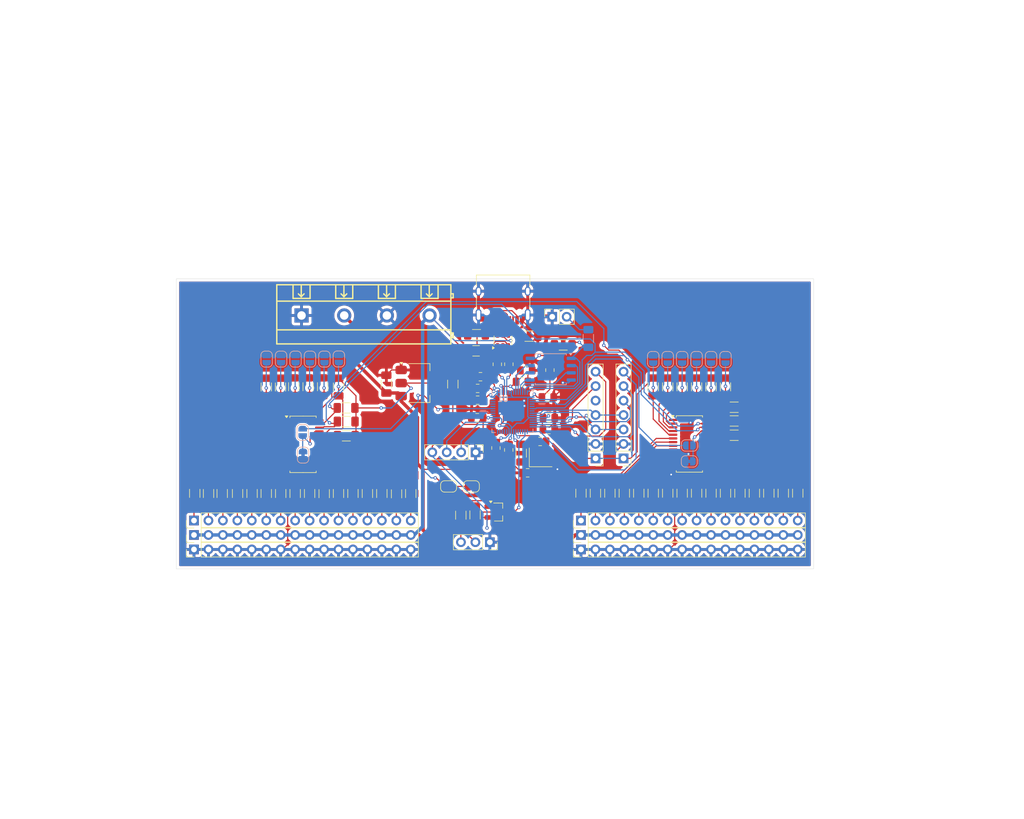
<source format=kicad_pcb>
(kicad_pcb (version 20241229) (generator "pcbnew") (generator_version "9.0")
  (layers (0 "F.Cu" signal) (2 "B.Cu" signal) (13 "F.Paste" user) (15 "B.Paste" user) (5 "F.SilkS" user "F.Silkscreen") (7 "B.SilkS" user "B.Silkscreen") (1 "F.Mask" user) (3 "B.Mask" user) (25 "Edge.Cuts" user))
  (net 0 "")
  (net 1 "+5V")
  (net 2 "GND")
  (net 3 "+3.3V")
  (net 4 "XTAL_IN")
  (net 5 "/XTAL_O")
  (net 6 "VBUS")
  (net 7 "D_USB_N")
  (net 9 "D_USB_P")
  (net 10 "/CC1")
  (net 11 "/CC2")
  (net 13 "Net-(J7-Pin_12)")
  (net 14 "Net-(J7-Pin_11)")
  (net 15 "Net-(J7-Pin_8)")
  (net 16 "Net-(J7-Pin_13)")
  (net 17 "Net-(J7-Pin_1)")
  (net 18 "Net-(J7-Pin_14)")
  (net 19 "Net-(J7-Pin_9)")
  (net 20 "+12V")
  (net 21 "Net-(J7-Pin_3)")
  (net 22 "Net-(J7-Pin_5)")
  (net 23 "Net-(J7-Pin_15)")
  (net 24 "Net-(J7-Pin_4)")
  (net 25 "Net-(J7-Pin_7)")
  (net 26 "Net-(J7-Pin_10)")
  (net 27 "Net-(J7-Pin_2)")
  (net 28 "Net-(J7-Pin_16)")
  (net 29 "Net-(J7-Pin_6)")
  (net 30 "GPIO1")
  (net 31 "GPIO0")
  (net 32 "DC_DISPLAY2")
  (net 33 "DC_DISPLAY1")
  (net 34 "CS_DISPLAY1")
  (net 35 "GPIO12")
  (net 36 "CS_DISPLAY2")
  (net 37 "GPIO7")
  (net 38 "GPIO6")
  (net 39 "GPIO11")
  (net 40 "ledHigh")
  (net 41 "ledVcc")
  (net 42 "Net-(J1-Pin_2)")
  (net 43 "QSPI_SS")
  (net 44 "XTAL_OUT")
  (net 45 "D_P")
  (net 46 "Net-(U1-USB_DP)")
  (net 47 "Net-(U1-USB_DM)")
  (net 48 "D_N")
  (net 49 "Net-(JP3-A)")
  (net 50 "Net-(JP5-A)")
  (net 51 "Net-(JP7-A)")
  (net 52 "Net-(JP9-A)")
  (net 53 "Net-(JP11-A)")
  (net 54 "Net-(JP4-A)")
  (net 55 "Net-(JP6-A)")
  (net 56 "Net-(JP8-A)")
  (net 57 "Net-(JP10-A)")
  (net 58 "Net-(JP12-A)")
  (net 59 "Net-(U6-LED0)")
  (net 60 "Net-(U6-LED1)")
  (net 61 "+1V1")
  (net 62 "Net-(U6-LED5)")
  (net 63 "Net-(U6-LED6)")
  (net 64 "Net-(U6-LED7)")
  (net 65 "Net-(U6-LED8)")
  (net 66 "Net-(U6-LED12)")
  (net 67 "Net-(U6-LED13)")
  (net 68 "Net-(U6-LED14)")
  (net 69 "Net-(U6-LED15)")
  (net 70 "QSPI_SCLK")
  (net 71 "QSPI_SD2")
  (net 72 "QSPI_SD3")
  (net 73 "QSPI_SD1")
  (net 74 "QSPI_SD0")
  (net 75 "Net-(J2-Pin_15)")
  (net 76 "Net-(J2-Pin_16)")
  (net 77 "Net-(J2-Pin_1)")
  (net 78 "Net-(J2-Pin_2)")
  (net 79 "Net-(J2-Pin_7)")
  (net 80 "Net-(J2-Pin_9)")
  (net 81 "Net-(J2-Pin_14)")
  (net 82 "Net-(J2-Pin_12)")
  (net 83 "Net-(J2-Pin_6)")
  (net 84 "Net-(J2-Pin_3)")
  (net 85 "Net-(J2-Pin_13)")
  (net 86 "Net-(J2-Pin_10)")
  (net 87 "Net-(J2-Pin_11)")
  (net 88 "Net-(J2-Pin_4)")
  (net 89 "Net-(J2-Pin_8)")
  (net 90 "Net-(J2-Pin_5)")
  (net 91 "Net-(JP1-A)")
  (net 92 "Net-(JP2-A)")
  (net 93 "Net-(U2-~{OE})")
  (net 94 "Net-(U2-LED0)")
  (net 95 "Net-(U2-LED1)")
  (net 96 "Net-(U2-LED2)")
  (net 97 "Net-(U2-LED3)")
  (net 98 "Net-(U2-LED4)")
  (net 99 "Net-(U2-LED5)")
  (net 100 "Net-(U2-LED6)")
  (net 101 "Net-(U2-LED7)")
  (net 102 "Net-(U2-LED8)")
  (net 103 "Net-(U2-LED9)")
  (net 104 "Net-(U2-LED10)")
  (net 105 "Net-(U2-LED11)")
  (net 106 "Net-(U2-LED12)")
  (net 107 "Net-(U2-LED13)")
  (net 108 "Net-(U2-LED14)")
  (net 109 "Net-(U2-LED15)")
  (net 110 "Net-(U6-~{OE})")
  (net 111 "Net-(U6-LED2)")
  (net 112 "Net-(U6-LED3)")
  (net 113 "Net-(U6-LED4)")
  (net 114 "Net-(U6-LED9)")
  (net 115 "Net-(U6-LED10)")
  (net 116 "Net-(U6-LED11)")
  (net 117 "ledLow")
  (net 120 "M_CLK1")
  (net 124 "Net-(JP13-A)")
  (net 125 "M_CLK2")
  (net 141 "Net-(JP14-A)")
  (net 142 "TX")
  (net 143 "RX")
  (footprint "Resistor_SMD:R_1206_3216Metric_Pad1.30x1.75mm_HandSolder" (layer "F.Cu") (at 169.1386 105.6894 -90)
    (property "Reference" "R23" (hide yes))
    (property "Value" "220" (hide yes))
  )
  (footprint "Package_TO_SOT_SMD:SOT-23-6" (layer "F.Cu") (at 122.4 78.8425 90)
    (property "Reference" "U4" (hide yes))
    (property "Value" "USBLC6-2SC6")
  )
  (footprint "Capacitor_SMD:C_0805_2012Metric_Pad1.18x1.45mm_HandSolder" (layer "F.Cu") (at 128.94 96.6)
    (property "Reference" "C15" (hide yes))
    (property "Value" "22pF")
  )
  (footprint "Resistor_SMD:R_1206_3216Metric_Pad1.30x1.75mm_HandSolder" (layer "F.Cu") (at 106.1974 105.7402 -90)
    (property "Reference" "R73" (hide yes))
    (property "Value" "220" (hide yes))
  )
  (footprint "Resistor_SMD:R_1206_3216Metric_Pad1.30x1.75mm_HandSolder" (layer "F.Cu") (at 141.1986 105.6894 -90)
    (property "Reference" "R12" (hide yes))
    (property "Value" "220" (hide yes))
  )
  (footprint "Package_TO_SOT_SMD:SOT-23_Handsoldering" (layer "F.Cu") (at 121.6 109)
    (property "Reference" "Q1" (hide yes))
    (property "Value" "NMOS")
  )
  (footprint "Resistor_SMD:R_1206_3216Metric_Pad1.30x1.75mm_HandSolder" (layer "F.Cu") (at 68.2284 105.7152 -90)
    (property "Reference" "R58" (hide yes))
    (property "Value" "220")
  )
  (footprint "Capacitor_SMD:C_0805_2012Metric_Pad1.18x1.45mm_HandSolder" (layer "F.Cu") (at 130.2875 88.82 180)
    (property "Reference" "C4" (hide yes))
    (property "Value" "100nF")
  )
  (footprint "Capacitor_SMD:C_1206_3216Metric_Pad1.33x1.80mm_HandSolder" (layer "F.Cu") (at 101.91 86.5125 90)
    (property "Reference" "C1" (hide yes))
    (property "Value" "10uF")
  )
  (footprint "Resistor_SMD:R_1206_3216Metric_Pad1.30x1.75mm_HandSolder" (layer "F.Cu") (at 90.9784 105.7702 -90)
    (property "Reference" "R67" (hide yes))
    (property "Value" "220" (hide yes))
  )
  (footprint "Connector_PinSocket_2.54mm:PinSocket_1x02_P2.54mm_Vertical" (layer "F.Cu") (at 131.064 74.676 90)
    (property "Reference" "J1" (hide yes))
    (property "Value" "Conn_01x02")
  )
  (footprint "Capacitor_SMD:C_0805_2012Metric_Pad1.18x1.45mm_HandSolder" (layer "F.Cu") (at 130.47 92.44 180)
    (property "Reference" "C9" (hide yes))
    (property "Value" "100nF")
  )
  (footprint "Resistor_SMD:R_1206_3216Metric_Pad1.30x1.75mm_HandSolder" (layer "F.Cu") (at 163.0426 90.5764)
    (property "Reference" "R8" (hide yes))
    (property "Value" "10K")
  )
  (footprint "Capacitor_SMD:C_0805_2012Metric_Pad1.18x1.45mm_HandSolder" (layer "F.Cu") (at 130.4625 94.5)
    (property "Reference" "C13" (hide yes))
    (property "Value" "1uF")
  )
  (footprint "Resistor_SMD:R_1206_3216Metric_Pad1.30x1.75mm_HandSolder" (layer "F.Cu") (at 163.0426 95.5)
    (property "Reference" "R7" (hide yes))
    (property "Value" "10K")
  )
  (footprint "Resistor_SMD:R_1206_3216Metric_Pad1.30x1.75mm_HandSolder" (layer "F.Cu") (at 126.974 78.0796)
    (property "Reference" "R35" (hide yes))
    (property "Value" "5k1")
  )
  (footprint "Package_SO:TSSOP-28_4.4x9.7mm_P0.65mm" (layer "F.Cu") (at 87.2659 97.1032)
    (property "Reference" "U6" (hide yes))
    (property "Value" "PCA9685PW")
  )
  (footprint "Package_TO_SOT_SMD:SOT-223-3_TabPin2" (layer "F.Cu") (at 107.6625 86.3295)
    (property "Reference" "U3" (hide yes))
    (property "Value" "NCP1117-3.3_SOT223")
  )
  (footprint "Resistor_SMD:R_1206_3216Metric_Pad1.30x1.75mm_HandSolder" (layer "F.Cu") (at 94.87 95.6)
    (property "Reference" "R53" (hide yes))
    (property "Value" "10K")
  )
  (footprint "Resistor_SMD:R_1206_3216Metric_Pad1.30x1.75mm_HandSolder" (layer "F.Cu") (at 136.1186 105.6894 -90)
    (property "Reference" "R10" (hide yes))
    (property "Value" "220")
  )
  (footprint "Resistor_SMD:R_1206_3216Metric_Pad1.30x1.75mm_HandSolder" (layer "F.Cu") (at 80.8034 87.0202 90)
    (property "Reference" "R47" (hide yes))
    (property "Value" "10K")
  )
  (footprint "Resistor_SMD:R_1206_3216Metric_Pad1.30x1.75mm_HandSolder" (layer "F.Cu") (at 132.995 79.629)
    (property "Reference" "R33" (hide yes))
    (property "Value" "DNF")
  )
  (footprint "Connector_PinSocket_2.54mm:PinSocket_1x03_P2.54mm_Vertical" (layer "F.Cu") (at 120.1 114.3 -90)
    (property "Reference" "J15" (hide yes))
    (property "Value" "Conn_01x03")
  )
  (footprint "Resistor_SMD:R_1206_3216Metric_Pad1.30x1.75mm_HandSolder" (layer "F.Cu") (at 125.61 98.65 90)
    (property "Reference" "R34" (hide yes))
    (property "Value" "1k")
  )
  (footprint "Resistor_SMD:R_1206_3216Metric_Pad1.30x1.75mm_HandSolder" (layer "F.Cu") (at 171.6786 105.6894 -90)
    (property "Reference" "R24" (hide yes))
    (property "Value" "220" (hide yes))
  )
  (footprint "Capacitor_SMD:C_0805_2012Metric" (layer "F.Cu") (at 121.412 83.03 -90)
    (property "Reference" "R38" (hide yes))
    (property "Value" "50R")
  )
  (footprint "Resistor_SMD:R_1206_3216Metric_Pad1.30x1.75mm_HandSolder" (layer "F.Cu") (at 158.9786 86.9944 90)
    (property "Reference" "R1" (hide yes))
    (property "Value" "10K")
  )
  (footprint "Crystal:Crystal_SMD_3225-4Pin_3.2x2.5mm" (layer "F.Cu") (at 129.03 99.39)
    (property "Reference" "Y1" (hide yes))
    (property "Value" "12MHz")
  )
  (footprint "Capacitor_SMD:C_0805_2012Metric_Pad1.18x1.45mm_HandSolder" (layer "F.Cu") (at 126.746 102.108)
    (property "Reference" "C16" (hide yes))
    (property "Value" "22pF")
  )
  (footprint "Resistor_SMD:R_1206_3216Metric_Pad1.30x1.75mm_HandSolder" (layer "F.Cu") (at 85.6234 86.9702 90)
    (property "Reference" "R45" (hide yes))
    (property "Value" "10K")
  )
  (footprint "Resistor_SMD:R_1206_3216Metric_Pad1.30x1.75mm_HandSolder" (layer "F.Cu") (at 117.7544 77.8256 180)
    (property "Reference" "R36" (hide yes))
    (property "Value" "5k1")
  )
  (footprint "Resistor_SMD:R_1206_3216Metric_Pad1.30x1.75mm_HandSolder" (layer "F.Cu") (at 151.3586 86.9944 90)
    (property "Reference" "R4" (hide yes))
    (property "Value" "10K")
  )
  (footprint "Resistor_SMD:R_1206_3216Metric_Pad1.30x1.75mm_HandSolder" (layer "F.Cu") (at 163.0426 92.9894)
    (property "Reference" "R9" (hide yes))
    (property "Value" "10K")
  )
  (footprint "Resistor_SMD:R_1206_3216Metric_Pad1.30x1.75mm_HandSolder" (layer "F.Cu") (at 138.6586 105.6894 -90)
    (property "Reference" "R11" (hide yes))
    (property "Value" "220" (hide yes))
  )
  (footprint "Resistor_SMD:R_1206_3216Metric_Pad1.30x1.75mm_HandSolder" (layer "F.Cu") (at 156.4386 105.6894 -90)
    (property "Reference" "R18" (hide yes))
    (property "Value" "220" (hide yes))
  )
  (footprint "Resistor_SMD:R_1206_3216Metric_Pad1.30x1.75mm_HandSolder" (layer "F.Cu") (at 80.7974 105.7402 -90)
    (property "Reference" "R63" (hide yes))
    (property "Value" "220" (hide yes))
  )
  (footprint "Resistor_SMD:R_1206_3216Metric_Pad1.30x1.75mm_HandSolder" (layer "F.Cu") (at 70.6534 105.7402 -90)
    (property "Reference" "R59" (hide yes))
    (property "Value" "220" (hide yes))
  )
  (footprint "Package_SO:TSSOP-28_4.4x9.7mm_P0.65mm" (layer "F.Cu") (at 155.1686 97.0344)
    (property "Reference" "U2" (hide yes))
    (property "Value" "PCA9685PW")
  )
  (footprint "Resistor_SMD:R_1206_3216Metric_Pad1.30x1.75mm_HandSolder" (layer "F.Cu") (at 153.8986 86.9944 90)
    (property "Reference" "R3" (hide yes))
    (property "Value" "10K")
  )
  (footprint "Resistor_SMD:R_1206_3216Metric_Pad1.30x1.75mm_HandSolder" (layer "F.Cu") (at 85.8774 105.7402 -90)
    (property "Reference" "R65" (hide yes))
    (property "Value" "220" (hide yes))
  )
  (footprint "Connector_PinHeader_2.54mm:PinHeader_1x16_P2.54mm_Vertical" (layer "F.Cu") (at 136.1186 113.03 90)
    (property "Reference" "J5" (hide yes))
    (property "Value" "Conn_01x16")
  )
  (footprint "Resistor_SMD:R_1206_3216Metric_Pad1.30x1.75mm_HandSolder" (layer "F.Cu") (at 174.2186 105.6894 -90)
    (property "Reference" "R25" (hide yes))
    (property "Value" "220" (hide yes))
  )
  (footprint "Resistor_SMD:R_1206_3216Metric_Pad1.30x1.75mm_HandSolder" (layer "F.Cu") (at 143.7386 105.6894 -90)
    (property "Reference" "R13" (hide yes))
    (property "Value" "220" (hide yes))
  )
  (footprint "Fuse:Fuse_1206_3216Metric" (layer "F.Cu") (at 117.6812 80.6704 180)
    (property "Reference" "F1" (hide yes))
    (property "Value" "500mA")
  )
  (footprint "Resistor_SMD:R_1206_3216Metric_Pad1.30x1.75mm_HandSolder" (layer "F.Cu") (at 101.1174 105.7402 -90)
    (property "Reference" "R71" (hide yes))
    (property "Value" "220" (hide yes))
  )
  (footprint "Connector_USB:USB_C_Receptacle_HRO_TYPE-C-31-M-12" (layer "F.Cu") (at 122.43 71.24 180)
    (property "Reference" "J3" (hide yes))
    (property "Value" "USB_C_Receptacle_USB2.0")
  )
  (footprint "Resistor_SMD:R_1206_3216Metric_Pad1.30x1.75mm_HandSolder" (layer "F.Cu") (at 94.85 93.1)
    (property "Reference" "R57" (hide yes))
    (property "Value" "10K")
  )
  (footprint "Resistor_SMD:R_1206_3216Metric_Pad1.30x1.75mm_HandSolder" (layer "F.Cu") (at 117.5 109.4992 -90)
    (property "Reference" "R42" (hide yes))
    (property "Value" "10K")
  )
  (footprint "Capacitor_SMD:C_0805_2012Metric_Pad1.18x1.45mm_HandSolder" (layer "F.Cu") (at 126.5 84.1)
    (property "Reference" "C12" (hide yes))
    (property "Value" "1uF")
  )
  (footprint "Capacitor_SMD:C_0805_2012Metric_Pad1.18x1.45mm_HandSolder" (layer "F.Cu") (at 125.7515 86.106)
    (property "Reference" "C11" (hide yes))
    (property "Value" "100nF")
  )
  (footprint "Connector_PinHeader_2.54mm:PinHeader_1x16_P2.54mm_Vertical" (layer "F.Cu") (at 68.0974 113.03 90)
    (property "Reference" "J9" (hide yes))
    (property "Value" "Conn_01x16")
  )
  (footprint "Capacitor_SMD:C_0805_2012Metric_Pad1.18x1.45mm_HandSolder" (layer "F.Cu") (at 117.8825 92.42)
    (property "Reference" "C3" (hide yes))
    (property "Value" "100nF")
  )
  (footprint "Capacitor_SMD:C_0805_2012Metric_Pad1.18x1.45mm_HandSolder" (layer "F.Cu") (at 117.9525 89.33)
    (property "Reference" "C7" (hide yes))
    (property "Value" "100nF")
  )
  (footprint "Resistor_SMD:R_1206_3216Metric_Pad1.30x1.75mm_HandSolder" (layer "F.Cu") (at 115 109.55 -90)
    (property "Reference" "R41" (hide yes))
    (property "Value" "10K")
  )
  (footprint "Resistor_SMD:R_1206_3216Metric_Pad1.30x1.75mm_HandSolder" (layer "F.Cu") (at 93.4974 105.7402 -90)
    (property "Reference" "R68" (hide yes))
    (property "Value" "220" (hide yes))
  )
  (footprint "Connector_PinHeader_2.54mm:PinHeader_1x16_P2.54mm_Vertical" (layer "F.Cu") (at 136.1186 115.57 90)
    (property "Reference" "J4" (hide yes))
    (property "Value" "Conn_01x16")
  )
  (footprint "Jumper:SolderJumper-2_P1.3mm_Bridged_RoundedPad1.0x1.5mm" (layer "F.Cu") (at 112.85 104.5)
    (property "Reference" "JP19" (hide yes))
    (property "Value" "ledVoltage")
  )
  (footprint "Resistor_SMD:R_1206_3216Metric_Pad1.30x1.75mm_HandSolder" (layer "F.Cu") (at 78.3034 105.7402 -90)
    (property "Reference" "R62" (hide yes))
    (property "Value" "220" (hide yes))
  )
  (footprint "Capacitor_SMD:C_0805_2012Metric_Pad1.18x1.45mm_HandSolder" (layer "F.Cu") (at 123.42 98.0875 90)
    (property "Reference" "C5" (hide yes))
    (property "Value" "100nF")
  )
  (footprint "Capacitor_SMD:C_0805_2012Metric_Pad1.18x1.45mm_HandSolder" (layer "F.Cu") (at 118.4525 85.21)
    (property "Reference" "C6" (hide yes))
    (property "Value" "100nF")
  )
  (footprint "Resistor_SMD:R_1206_3216Metric_Pad1.30x1.75mm_HandSolder" (layer "F.Cu") (at 151.3586 105.6894 -90)
    (property "Reference" "R16" (hide yes))
    (property "Value" "220" (hide yes))
  )
  (footprint "Connector_PinHeader_2.54mm:PinHeader_1x07_P2.54mm_Vertical" (layer "F.Cu") (at 143.6 99.568 180)
    (property "Reference" "J13" (hide yes))
    (property "Value" "display2")
  )
  (footprint "Resistor_SMD:R_1206_3216Metric_Pad1.30x1.75mm_HandSolder" (layer "F.Cu") (at 75.7534 105.7402 -90)
    (property "Reference" "R61" (hide yes))
    (property "Value" "220" (hide yes))
  )
  (footprint "Resistor_SMD:R_1206_3216Metric_Pad1.30x1.75mm_HandSolder" (layer "F.Cu") (at 156.4386 86.9944 90)
    (property "Reference" "R2" (hide yes))
    (property "Value" "10K")
  )
  (footprint "Jumper:SolderJumper-2_P1.3mm_Open_RoundedPad1.0x1.5mm" (layer "F.Cu") (at 116.85 104.5 180)
    (property "Reference" "JP15" (hide yes))
    (property "Value" "JO")
  )
  (footprint "Resistor_SMD:R_1206_3216Metric_Pad1.30x1.75mm_HandSolder" (layer "F.Cu") (at 161.5186 86.9944 90)
    (property "Reference" "R6" (hide yes))
    (property "Value" "10K")
  )
  (footprint "Resistor_SMD:R_1206_3216Metric_Pad1.30x1.75mm_HandSolder" (layer "F.Cu") (at 73.0534 105.7402 -90)
    (property "Reference" "R60" (hide yes))
    (property "Value" "220" (hide yes))
  )
  (footprint "Resistor_SMD:R_1206_3216Metric_Pad1.30x1.75mm_HandSolder" (layer "F.Cu") (at 83.3374 105.7402 -90)
    (property "Reference" "R64" (hide yes))
    (property "Value" "220" (hide yes))
  )
  (footprint "Connector_PinHeader_2.54mm:PinHeader_1x07_P2.54mm_Vertical" (layer "F.Cu") (at 138.684 99.568 180)
    (property "Reference" "J12" (hide yes))
    (property "Value" "display1")
  )
  (footprint "Capacitor_SMD:C_0805_2012Metric" (layer "F.Cu") (at 123.444 83.02 -90)
    (property "Reference" "R37" (hide yes))
    (property "Value" "50R")
  )
  (footprint "Connector_PinHeader_2.54mm:PinHeader_1x16_P2.54mm_Vertical" (layer "F.Cu") (at 68.0974 110.49 90)
    (property "Reference" "J7" (hide yes))
    (property "Value" "Conn_01x16")
  )
  (footprint "Resistor_SMD:R_1206_3216Metric_Pad1.30x1.75mm_HandSolder" (layer "F.Cu") (at 148.8186 86.9944 90)
    (property "Reference" "R5" (hide yes))
    (property "Value" "10K")
  )
  (footprint "Capacitor_SMD:C_0805_2012Metric_Pad1.18x1.45mm_HandSolder" (layer "F.Cu") (at 130.6576 84.0486 90)
    (property "Reference" "C14" (hide yes))
    (property "Value" "100nF")
  )
  (footprint "Connector_PinHeader_2.54mm:PinHeader_1x04_P2.54mm_Vertical" (layer "F.Cu") (at 117.6 98.5 -90)
    (property "Reference" "J10" (hide yes))
    (property "Value" "motorDriver")
  )
  (footprint "Connector_PinHeader_2.54mm:PinHeader_1x16_P2.54mm_Vertical" (layer "F.Cu") (at 136.1186 110.49 90)
    (property "Reference" "J2" (hide yes))
    (property "Value" "Conn_01x16")
  )
  (footprint "Capacitor_SMD:C_1206_3216Metric_Pad1.33x1.80mm_HandSolder" (layer "F.Cu") (at 113.594 86.5125 90)
    (property "Reference" "C2" (hide yes))
    (property "Value" "10uF")
  )
  (footprint "Resistor_SMD:R_1206_3216Metric_Pad1.30x1.75mm_HandSolder" (layer "F.Cu") (at 90.7034 86.9702 90)
    (property "Reference" "R43" (hide yes))
    (property "Value" "10K")
  )
  (footprint "Resistor_SMD:R_1206_3216Metric_Pad1.30x1.75mm_HandSolder" (layer "F.Cu") (at 158.9786 105.6894 -90)
    (property "Reference" "R19" (hide yes))
    (property "Value" "220" (hide yes))
  )
  (footprint "Resistor_SMD:R_1206_3216Metric_Pad1.30x1.75mm_HandSolder" (layer "F.Cu") (at 83.3034 87.0202 90)
    (property "Reference" "R46" (hide yes))
    (property "Value" "10K")
  )
  (footprint "Capacitor_SMD:C_0805_2012Metric_Pad1.18x1.45mm_HandSolder" (layer "F.Cu") (at 117.9525 87.27)
    (property "Reference" "C8" (hide yes))
    (property "Value" "100nF")
  )
  (footprint "Resistor_SMD:R_1206_3216Metric_Pad1.30x1.75mm_HandSolder" (layer "F.Cu") (at 96.0374 105.7402 -90)
    (property "Reference" "R69" (hide yes))
    (property "Value" "220" (hide yes))
  )
  (footprint "Resistor_SMD:R_1206_3216Metric_Pad1.30x1.75mm_HandSolder" (layer "F.Cu") (at 161.5186 105.6894 -90)
    (property "Reference" "R20" (hide yes))
    (property "Value" "220" (hide yes))
  )
  (footprint "Connector_PinHeader_2.54mm:PinHeader_1x16_P2.54mm_Vertical" (layer "F.Cu") (at 68.0974 115.57 90)
    (property "Reference" "J8" (hide yes))
    (property "Value" "Conn_01x16")
  )
  (footprint "Capacitor_SMD:C_0805_2012Metric_Pad1.18x1.45mm_HandSolder" (layer "F.Cu") (at 121.17 97.74 -90)
    (property "Reference" "C10" (hide yes))
    (property "Value" "100nF")
  )
  (footprint "Resistor_SMD:R_1206_3216Metric_Pad1.30x1.75mm_HandSolder" (layer "F.Cu") (at 153.8986 105.6894 -90)
    (property "Reference" "R17" (hide yes))
    (property "Value" "220" (hide yes))
  )
  (footprint "Resistor_SMD:R_1206_3216Metric_Pad1.30x1.75mm_HandSolder" (layer "F.Cu") (at 88.4174 105.7402 -90)
    (property "Reference" "R66" (hide yes))
    (property "Value" "220" (hide yes))
  )
  (footprint "Resistor_SMD:R_1206_3216Metric_Pad1.30x1.75mm_HandSolder" (layer "F.Cu") (at 103.7 105.8 -90)
    (property "Reference" "R72" (hide yes))
    (property "Value" "220" (hide yes))
  )
  (footprint "Resistor_SMD:R_1206_3216Metric_Pad1.30x1.75mm_HandSolder" (layer "F.Cu") (at 148.8186 105.6894 -90)
    (property "Reference" "R15" (hide yes))
    (property "Value" "220" (hide yes))
  )
  (footprint "Resistor_SMD:R_1206_3216Metric_Pad1.30x1.75mm_HandSolder" (layer "F.Cu") (at 94.83 90.7)
    (property "Reference" "R56" (hide yes))
    (property "Value" "10K")
  )
  (footprint "Resistor_SMD:R_1206_3216Metric_Pad1.30x1.75mm_HandSolder" (layer "F.Cu") (at 164.0586 105.6894 -90)
    (property "Reference" "R21" (hide yes))
    (property "Value" "220" (hide yes))
  )
  (footprint "Resistor_SMD:R_1206_3216Metric_Pad1.30x1.75mm_HandSolder" (layer "F.Cu") (at 93.5034 87.0202 90)
    (property "Reference" "R48" (hide yes))
    (property "Value" "10K")
  )
  (footprint "Resistor_SMD:R_1206_3216Metric_Pad1.30x1.75mm_HandSolder" (layer "F.Cu") (at 166.5986 105.6894 -90)
    (property "Reference" "R22" (hide yes))
    (property "Value" "220" (hide yes))
  )
  (footprint "Resistor_SMD:R_1206_3216Metric_Pad1.30x1.75mm_HandSolder" (layer "F.Cu") (at 146.2786 105.6894 -90)
    (property "Reference" "R14" (hide yes))
    (property "Value" "220" (hide yes))
  )
  (footprint "easyeda2kicad:CONN-TH_4P-P7.50_DIBO_DB128V-7.5-4P-GN-S" (layer "F.Cu") (at 98.25 74.45)
    (property "Reference" "J6" (hide yes))
    (property "Value" "power input")
  )
  (footprint "Resistor_SMD:R_1206_3216Metric_Pad1.30x1.75mm_HandSolder" (layer "F.Cu") (at 98.5774 105.7402 -90)
    (property "Reference" "R70" (hide yes))
    (property "Value" "220" (hide yes))
  )
  (footprint "Resistor_SMD:R_1206_3216Metric_Pad1.30x1.75mm_HandSolder" (layer "F.Cu") (at 88.1634 86.9702 90)
    (property "Reference" "R44" (hide yes))
    (property "Value" "10K")
  )
  (footprint "Jumper:SolderJumper-2_P1.3mm_Open_RoundedPad1.0x1.5mm" (layer "B.Cu") (at 161.5186 82.1794 90)
    (property "Reference" "JP12" (hide yes))
    (property "Value" "JO")
  )
  (footprint "Package_SO:SOIC-8_5.23x5.23mm_P1.27mm" (layer "B.Cu") (at 130.81 83.895 180)
    (property "Reference" "U5" (hide yes))
    (property "Value" "W25Q128JVS")
  )
  (footprint "Jumper:SolderJumper-2_P1.3mm_Open_RoundedPad1.0x1.5mm" (layer "B.Cu") (at 91.0234 82.1202 90)
    (property "Reference" "JP4" (hide yes))
    (property "Value" "JO")
  )
  (footprint "Jumper:SolderJumper-2_P1.3mm_Open_RoundedPad1.0x1.5mm" (layer "B.Cu") (at 93.5634 82.0902 90)
    (property "Reference" "JP11" (hide yes))
    (property "Value" "JO")
  )
  (footprint "Jumper:SolderJumper-2_P1.3mm_Open_RoundedPad1.0x1.5mm" (layer "B.Cu") (at 156.4386 82.1794 90)
    (property "Reference" "JP2" (hide yes))
    (property "Value" "JO")
  )
  (footprint "Jumper:SolderJumper-2_P1.3mm_Open_RoundedPad1.0x1.5mm" (layer "B.Cu") (at 87.2 95 90)
    (property "Reference" "JP13" (hide yes))
    (property "Value" "JO")
  )
  (footprint "Jumper:SolderJumper-2_P1.3mm_Open_RoundedPad1.0x1.5mm" (layer "B.Cu") (at 155.1686 97.3 180)
    (property "Reference" "JP14" (hide yes))
    (property "Value" "JO" (hide yes))
  )
  (footprint "Jumper:SolderJumper-2_P1.3mm_Open_RoundedPad1.0x1.5mm" (layer "B.Cu") (at 80.8634 82.1202 90)
    (property "Reference" "JP9" (hide yes))
    (property "Value" "JO")
  )
  (footprint "Jumper:SolderJumper-2_P1.3mm_Open_RoundedPad1.0x1.5mm" (layer "B.Cu") (at 158.9786 82.1794 90)
    (property "Reference" "JP1" (hide yes))
    (property "Value" "JO")
  )
  (footprint "Jumper:SolderJumper-2_P1.3mm_Open_RoundedPad1.0x1.5mm" (layer "B.Cu") (at 153.8986 82.1794 90)
    (property "Reference" "JP6" (hide yes))
    (property "Value" "JO")
  )
  (footprint "Jumper:SolderJumper-2_P1.3mm_Open_RoundedPad1.0x1.5mm" (layer "B.Cu") (at 88.4834 82.1202 90)
    (property "Reference" "JP3" (hide yes))
    (property "Value" "JO")
  )
  (footprint "Jumper:SolderJumper-2_P1.3mm_Open_RoundedPad1.0x1.5mm" (layer "B.Cu") (at 83.4034 82.1202 90)
    (property "Reference" "JP7" (hide yes))
    (property "Value" "JO")
  )
  (footprint "Jumper:SolderJumper-2_P1.3mm_Bridged_RoundedPad1.0x1.5mm" (layer "B.Cu") (at 155.15 100.1 180)
    (property "Reference" "JP18" (hide yes))
    (property "Value" "SolderJumper_2_Bridged" (hide yes))
  )
  (footprint "Jumper:SolderJumper-2_P1.3mm_Open_RoundedPad1.0x1.5mm" (layer "B.Cu") (at 85.9434 82.1202 90)
    (property "Reference" "JP5" (hide yes))
    (property "Value" "JO")
  )
  (footprint "Resistor_SMD:R_1206_3216Metric_Pad1.30x1.75mm_HandSolder" (layer "B.Cu") (at 137.414 78.486 90)
    (property "Reference" "R32" (hide yes))
    (property "Value" "1K")
  )
  (footprint "Jumper:SolderJumper-2_P1.3mm_Open_RoundedPad1.0x1.5mm" (layer "B.Cu") (at 151.3586 82.1794 90)
    (property "Reference" "JP8" (hide yes))
    (property "Value" "JO")
  )
  (footprint "Package_DFN_QFN:QFN-56-1EP_7x7mm_P0.4mm_EP3.2x3.2mm" (layer "B.Cu") (at 124.0705 91.424 180)
    (property "Reference" "U1")
    (property "Value" "RP2040")
  )
  (footprint "Jumper:SolderJumper-2_P1.3mm_Bridged_RoundedPad1.0x1.5mm" (layer "B.Cu") (at 87.2659 99 -90)
    (property "Reference" "JP17" (hide yes))
    (property "Value" "SolderJumper_2_Bridged")
  )
  (footprint "Jumper:SolderJumper-2_P1.3mm_Open_RoundedPad1.0x1.5mm" (layer "B.Cu") (at 148.8186 82.1794 90)
    (property "Reference" "JP10" (hide yes))
    (property "Value" "JO")
  )
  (gr_rect (start 65 68) (end 177 119) (stroke (width 0.05)) (fill no) (layer "Edge.Cuts"))
  (segment (start 110.7 103) (end 110.5 103) (width 0.2) (layer "F.Cu") (net 1))
  (segment (start 123.234348 78.8924) (end 123.737063 78.8924) (width 0.2) (layer "F.Cu") (net 1))
  (segment (start 123.737063 78.8924) (end 123.760606 78.868857) (width 0.2) (layer "F.Cu") (net 1))
  (segment (start 116.2812 80.6704) (end 115.7204 80.6704) (width 0.2) (layer "F.Cu") (net 1))
  (segment (start 122.4 77.705) (end 122.4 78.058052) (width 0.2) (layer "F.Cu") (net 1))
  (segment (start 122.4 78.058052) (end 123.234348 78.8924) (width 0.2) (layer "F.Cu") (net 1))
  (segment (start 115.7204 80.6704) (end 109.5 74.45) (width 0.2) (layer "F.Cu") (net 1))
  (segment (start 112.2 104.5) (end 110.7 103) (width 0.2) (layer "F.Cu") (net 1))
  (via (at 123.760606 78.868857) (size 0.6) (drill 0.3) (layers "F.Cu" "B.Cu") (net 1))
  (via (at 110.5 103) (size 0.6) (drill 0.3) (layers "F.Cu" "B.Cu") (net 1))
  (segment (start 109.7802 103) (end 108.2802 101.5) (width 0.2) (layer "B.Cu") (net 1))
  (segment (start 108.2802 75.6698) (end 109.5 74.45) (width 0.6) (layer "B.Cu") (net 1))
  (segment (start 108.2802 111.5568) (end 106.807 113.03) (width 0.6) (layer "B.Cu") (net 1))
  (segment (start 106.807 113.03) (end 106.1974 113.03) (width 0.6) (layer "B.Cu") (net 1))
  (segment (start 106.1974 113.03) (end 68.0974 113.03) (width 0.6) (layer "B.Cu") (net 1))
  (segment (start 123.760606 78.868857) (end 113.918857 78.868857) (width 0.2) (layer "B.Cu") (net 1))
  (segment (start 110.5 103) (end 109.7802 103) (width 0.2) (layer "B.Cu") (net 1))
  (segment (start 108.2802 101.5) (end 108.2802 111.5568) (width 0.6) (layer "B.Cu") (net 1))
  (segment (start 113.918857 78.868857) (end 109.5 74.45) (width 0.2) (layer "B.Cu") (net 1))
  (segment (start 108.2802 101.5) (end 108.2802 75.6698) (width 0.6) (layer "B.Cu") (net 1))
  (segment (start 130.4675 94.08) (end 130.59 94.08) (width 0.2) (layer "F.Cu") (net 2))
  (segment (start 128.524 78.0796) (end 127.5375 79.0661) (width 0.2) (layer "F.Cu") (net 2))
  (segment (start 131.5075 93.1625) (end 131.5075 92.44) (width 0.2) (layer "F.Cu") (net 2))
  (segment (start 128.524 78.0796) (end 132.2796 78.0796) (width 0.2) (layer "F.Cu") (net 2))
  (segment (start 130.13 100.24) (end 131.29 101.4) (width 0.2) (layer "F.Cu") (net 2))
  (segment (start 104.5125 84.0295) (end 102.8305 84.0295) (width 0.2) (layer "F.Cu") (net 2))
  (segment (start 132.94 87.205) (end 131.325 88.82) (width 0.2) (layer "F.Cu") (net 2))
  (segment (start 119.515 91.395) (end 117.87 91.395) (width 0.2) (layer "F.Cu") (net 2))
  (segment (start 126.789 88.771) (end 126.789 86.106) (width 0.2) (layer "F.Cu") (net 2))
  (segment (start 155 93.6524) (end 155 98.8) (width 0.2) (layer "F.Cu") (net 2))
  (segment (start 84.5124 104.634944) (end 84.967528 105.090072) (width 0.2) (layer "F.Cu") (net 2))
  (segment (start 84.5574 105.5002) (end 84.5574 114.6802) (width 0.2) (layer "F.Cu") (net 2))
  (segment (start 132.9 78.7) (end 132.9 81.6) (width 0.2) (layer "F.Cu") (net 2))
  (segment (start 122.700001 80.9425) (end 125.6611 80.9425) (width 0.2) (layer "F.Cu") (net 2))
  (segment (start 116.845 92.42) (end 116.845 89.4) (width 0.2) (layer "F.Cu") (net 2))
  (segment (start 130.81 74.676) (end 130.504 74.37) (width 0.2) (layer "F.Cu") (net 2))
  (segment (start 84.5124 101.5377) (end 84.5124 104.634944) (width 0.2) (layer "F.Cu") (net 2))
  (segment (start 116.845 89.4) (end 116.915 89.33) (width 0.2) (layer "F.Cu") (net 2))
  (segment (start 84.967528 105.090072) (end 84.5574 105.5002) (width 0.2) (layer "F.Cu") (net 2))
  (segment (start 123.42 99.8195) (end 123.42 99.125) (width 0.2) (layer "F.Cu") (net 2))
  (segment (start 155.3836 93.2688) (end 155 93.6524) (width 0.2) (layer "F.Cu") (net 2))
  (segment (start 130.13 100.24) (end 130.7454 100.24) (width 0.2) (layer "F.Cu") (net 2))
  (segment (start 132.94 85.2935) (end 132.94 86.27) (width 0.2) (layer "F.Cu") (net 2))
  (segment (start 152.988728 105.039272) (end 152.5786 105.4494) (width 0.2) (layer "F.Cu") (net 2))
  (segment (start 152.3061 101.2594) (end 152.5336 101.4869) (width 0.2) (layer "F.Cu") (net 2))
  (segment (start 126.8261 103.2256) (end 125.7085 102.108) (width 0.2) (layer "F.Cu") (net 2))
  (segment (start 117.415 86.77) (end 116.915 87.27) (width 0.2) (layer "F.Cu") (net 2))
  (segment (start 84.5574 114.6802) (end 83.3374 115.9002) (width 0.2) (layer "F.Cu") (net 2))
  (segment (start 125.68 75.285) (end 125.835 75.285) (width 0.6) (layer "F.Cu") (net 2))
  (segment (start 119.18 75.285) (end 119.025 75.285) (width 0.6) (layer "F.Cu") (net 2))
  (segment (start 131.4889 83.0111) (end 130.6576 83.0111) (width 0.2) (layer "F.Cu") (net 2))
  (segment (start 130.13 100.24) (end 130.13 101.358744) (width 0.2) (layer "F.Cu") (net 2))
  (segment (start 129.73 100.24) (end 130.13 100.24) (width 0.2) (layer "F.Cu") (net 2))
  (segment (start 152.5786 105.4494) (end 152.5786 114.6294) (width 0.2) (layer "F.Cu") (net 2))
  (segment (start 126.789 84.840256) (end 127.5375 84.091756) (width 0.2) (layer "F.Cu") (net 2))
  (segment (start 113.594 84.95) (end 117.155 84.95) (width 0.2) (layer "F.Cu") (net 2))
  (segment (start 121.5175 99.125) (end 121.17 98.7775) (width 0.2) (layer "F.Cu") (net 2))
  (segment (start 121.88 91.64) (end 119.76 91.64) (width 0.2) (layer "F.Cu") (net 2))
  (segment (start 152.3061 102.0749) (end 151.9682 102.4128) (width 0.2) (layer "F.Cu") (net 2))
  (segment (start 123.42 99.125) (end 121.5175 99.125) (width 0.2) (layer "F.Cu") (net 2))
  (segment (start 116.915 87.27) (end 116.915 89.33) (width 0.2) (layer "F.Cu") (net 2))
  (segment (start 132.2796 78.0796) (end 132.9 78.7) (width 0.2) (layer "F.Cu") (net 2))
  (segment (start 131.29 101.4) (end 139.228 101.4) (width 0.2) (layer "F.Cu") (net 2))
  (segment (start 132.94 86.27) (end 132.94 87.205) (width 0.2) (layer "F.Cu") (net 2))
  (segment (start 125.7085 102.108) (end 123.42 99.8195) (width 0.2) (layer "F.Cu") (net 2))
  (segment (start 128.03 98.54) (end 129.73 100.24) (width 0.2) (layer "F.Cu") (net 2))
  (segment (start 117.87 91.395) (end 116.845 92.42) (width 0.2) (layer "F.Cu") (net 2))
  (segment (start 132.9 81.6) (end 131.4889 83.0111) (width 0.2) (layer "F.Cu") (net 2))
  (segment (start 84.2849 101.3102) (end 84.5124 101.5377) (width 0.2) (layer "F.Cu") (net 2))
  (segment (start 126.6755 89.845) (end 130.3 89.845) (width 0.2) (layer "F.Cu") (net 2))
  (segment (start 130.13 101.358744) (end 128.263144 103.2256) (width 0.2) (layer "F.Cu") (net 2))
  (segment (start 102.8305 84.0295) (end 101.91 84.95) (width 0.2) (layer "F.Cu") (net 2))
  (segment (start 125.835 75.285) (end 126.75 74.37) (width 0.6) (layer "F.Cu") (net 2))
  (segment (start 130.504 74.37) (end 126.75 74.37) (width 0.2) (layer "F.Cu") (net 2))
  (segment (start 152.5336 104.584144) (end 152.988728 105.039272) (width 0.2) (layer "F.Cu") (net 2))
  (segment (start 127.93 98.54) (end 128.03 98.54) (width 0.2) (layer "F.Cu") (net 2))
  (segment (start 127.93 96.6275) (end 127.9025 96.6) (width 0.2) (layer "F.Cu") (net 2))
  (segment (start 127.5375 79.0661) (end 127.5375 84.1) (width 0.2) (layer "F.Cu") (net 2))
  (segment (start 117.415 85.21) (end 117.415 86.77) (width 0.2) (layer "F.Cu") (net 2))
  (segment (start 152.5786 114.6294) (end 151.3586 115.8494) (width 0.2) (layer "F.Cu") (net 2))
  (segment (start 122.4 80.642499) (end 122.700001 80.9425) (width 0.2) (layer "F.Cu") (net 2))
  (segment (start 125.7294 75.285) (end 128.524 78.0796) (width 0.2) (layer "F.Cu") (net 2))
  (segment (start 130.7454 100.24) (end 131.9784 101.473) (width 0.2) (layer "F.Cu") (net 2))
  (segment (start 128.263144 103.2256) (end 126.8261 103.2256) (width 0.2) (layer "F.Cu") (net 2))
  (segment (start 118.11 74.37) (end 118.265 74.37) (width 0.2) (layer "F.Cu") (net 2))
  (segment (start 126.789 86.106) (end 126.789 84.840256) (width 0.2) (layer "F.Cu") (net 2))
  (segment (start 152.3061 101.2594) (end 152.3061 102.0749) (width 0.2) (layer "F.Cu") (net 2))
  (segment (start 152.5336 101.4869) (end 152.5336 104.584144) (width 0.2) (layer "F.Cu") (net 2))
  (segment (start 130.3 89.845) (end 131.325 88.82) (width 0.2) (layer "F.Cu") (net 2))
  (segment (start 122.4 79.98) (end 122.4 80.642499) (width 0.2) (layer "F.Cu") (net 2))
  (segment (start 125.6611 80.9425) (end 128.524 78.0796) (width 0.2) (layer "F.Cu") (net 2))
  (segment (start 126.1705 90.35) (end 126.6755 89.845) (width 0.2) (layer "F.Cu") (net 2))
  (segment (start 131.064 74.676) (end 130.81 74.676) (width 0.2) (layer "F.Cu") (net 2))
  (segment (start 130.6576 83.0111) (end 132.94 85.2935) (width 0.2) (layer "F.Cu") (net 2))
  (segment (start 119.025 75.285) (end 118.11 74.37) (width 0.6) (layer "F.Cu") (net 2))
  (segment (start 119.76 91.64) (end 119.515 91.395) (width 0.2) (layer "F.Cu") (net 2))
  (segment (start 126.12 89.44) (end 126.789 88.771) (width 0.2) (layer "F.Cu") (net 2))
  (segment (start 139.228 101.4) (end 143.6 97.028) (width 0.2) (layer "F.Cu") (net 2))
  (segment (start 127.93 98.54) (end 127.93 96.6275) (width 0.2) (layer "F.Cu") (net 2))
  (segment (start 130.59 94.08) (end 131.5075 93.1625) (width 0.2) (layer "F.Cu") (net 2))
  (segment (start 117.155 84.95) (end 117.415 85.21) (width 0.2) (layer "F.Cu") (net 2))
  (segment (start 125.68 75.285) (end 125.7294 75.285) (width 0.2) (layer "F.Cu") (net 2))
  (via (at 155.3836 93.2688) (size 0.6) (drill 0.3) (layers "F.Cu" "B.Cu") (net 2))
  (via (at 126.12 89.44) (size 0.6) (drill 0.3) (layers "F.Cu" "B.Cu") (net 2))
  (via (at 132.94 86.27) (size 0.6) (drill 0.3) (layers "F.Cu" "B.Cu") (net 2))
  (via (at 121.88 91.64) (size 0.6) (drill 0.3) (layers "F.Cu" "B.Cu") (net 2))
  (via (at 155 98.8) (size 0.6) (drill 0.3) (layers "F.Cu" "B.Cu") (net 2))
  (via (at 126.1705 90.35) (size 0.6) (drill 0.3) (layers "F.Cu" "B.Cu") (net 2))
  (via (at 151.9682 102.4128) (size 0.6) (drill 0.3) (layers "F.Cu" "B.Cu") (net 2))
  (via (at 131.9784 101.473) (size 0.6) (drill 0.3) (layers "F.Cu" "B.Cu") (net 2))
  (segment (start 132.9182 102.4128) (end 131.9784 101.473) (width 0.2) (layer "B.Cu") (net 2))
  (segment (start 124.0705 91.424) (end 126.0845 89.41) (width 0.2) (layer "B.Cu") (net 2))
  (segment (start 126.09 89.41) (end 126.12 89.44) (width 0.2) (layer "B.Cu") (net 2))
  (segment (start 124.0705 91.424) (end 122.096 91.424) (width 0.2) (layer "B.Cu") (net 2))
  (segment (start 155.3836 81.8294) (end 155.6836 81.5294) (width 0.2) (layer "B.Cu") (net 2))
  (segment (start 126.1705 90.35) (end 125.0965 91.424) (width 0.2) (layer "B.Cu") (net 2))
  (segment (start 126.0845 89.41) (end 126.09 89.41) (width 0.2) (layer "B.Cu") (net 2))
  (segment (start 148.8186 81.5294) (end 161.5186 81.5294) (width 0.2) (layer "B.Cu") (net 2))
  (segment (start 88.4174 81.5802) (end 87.6624 81.5802) (width 0.2) (layer "B.Cu") (net 2))
  (segment (start 154.5 99.3) (end 155 98.8) (width 0.2) (layer "B.Cu") (net 2))
  (segment (start 133.94 86.27) (end 134.41 85.8) (width 0.2) (layer "B.Cu") (net 2))
  (segment (start 152.1872 102.4128) (end 151.9682 102.4128) (width 0.2) (layer "B.Cu") (net 2))
  (segment (start 122.096 91.424) (end 121.88 91.64) (width 0.2) (layer "B.Cu") (net 2))
  (segment (start 154.5 100.1) (end 154.5 99.3) (width 0.2) (layer "B.Cu") (net 2))
  (segment (start 125.0965 91.424) (end 124.0705 91.424) (width 0.2) (layer "B.Cu") (net 2))
  (segment (start 155.6836 81.5294) (end 156.4386 81.5294) (width 0.2) (layer "B.Cu") (net 2))
  (segment (start 80.7974 81.5802) (end 93.4974 81.5802) (width 0.2) (layer "B.Cu") (net 2))
  (segment (start 87.6624 81.5802) (end 87.3624 81.8802) (width 0.2) (layer "B.Cu") (net 2))
  (segment (start 154.5 100.1) (end 152.1872 102.4128) (width 0.2) (layer "B.Cu") (net 2))
  (segment (start 138.684 97.028) (end 143.6 97.028) (width 0.2) (layer "B.Cu") (net 2))
  (segment (start 155.3836 93.2688) (end 155.3836 81.8294) (width 0.2) (layer "B.Cu") (net 2))
  (segment (start 151.9682 102.4128) (end 132.9182 102.4128) (width 0.2) (layer "B.Cu") (net 2))
  (segment (start 132.94 86.27) (end 133.94 86.27) (width 0.2) (layer "B.Cu") (net 2))
  (segment (start 96.5714 88.5692) (end 93.4974 85.4952) (width 0.2) (layer "F.Cu") (net 3))
  (segment (start 118.92 96.187) (end 118.92 92.42) (width 0.2) (layer "F.Cu") (net 3))
  (segment (start 130.4 92.1) (end 130.07 92.43) (width 0.2) (layer "F.Cu") (net 3))
  (segment (start 161.5186 85.4444) (end 148.8186 85.4444) (width 0.2) (layer "F.Cu") (net 3))
  (segment (start 104.5125 86.3295) (end 110.8125 86.3295) (width 0.2) (layer "F.Cu") (net 3))
  (segment (start 118.92 92.42) (end 117.74 93.6) (width 0.2) (layer "F.Cu") (net 3))
  (segment (start 122.88 97.59) (end 120.323 97.59) (width 0.2) (layer "F.Cu") (net 3))
  (segment (start 119.807126 92.42) (end 119.02 92.42) (width 0.2) (layer "F.Cu") (net 3))
  (segment (start 158.0311 91.2699) (end 159.8066 89.4944) (width 0.2) (layer "F.Cu") (net 3))
  (segment (start 92.3224 89.039944) (end 92.3224 86.6702) (width 0.2) (layer "F.Cu") (net 3))
  (segment (start 146 98.4) (end 146 88.263) (width 0.2) (layer "F.Cu") (net 3))
  (segment (start 164.5926 95.5294) (end 164.5926 88.5184) (width 0.2) (layer "F.Cu") (net 3))
  (segment (start 105.3295 86.3295) (end 104.5125 86.3295) (width 0.2) (layer "F.Cu") (net 3))
  (segment (start 117.74 93.6) (end 115.58 93.6) (width 0.2) (layer "F.Cu") (net 3))
  (segment (start 129.5908 81.4832) (end 129.6326 81.4414) (width 0.2) (layer "F.Cu") (net 3))
  (segment (start 120.91 87.21) (end 120.91 86.63) (width 0.2) (layer "F.Cu") (net 3))
  (segment (start 114.4 92.4) (end 114.4 93) (width 0.2) (layer "F.Cu") (net 3))
  (segment (start 118.95 89.29) (end 118.99 89.33) (width 0.2) (layer "F.Cu") (net 3))
  (segment (start 101 90.7) (end 96.38 90.7) (width 0.2) (layer "F.Cu") (net 3))
  (segment (start 115.59 93.589999) (end 114.4 92.4) (width 0.2) (layer "F.Cu") (net 3))
  (segment (start 119.812741 92.414385) (end 119.807126 92.42) (width 0.2) (layer "F.Cu") (net 3))
  (segment (start 96.5714 95.5802) (end 96.5714 88.5692) (width 0.2) (layer "F.Cu") (net 3))
  (segment (start 91.7854 89.5452) (end 91.817144 89.5452) (width 0.2) (layer "F.Cu") (net 3))
  (segment (start 160.3436 88.989144) (end 160.3436 86.6194) (width 0.2) (layer "F.Cu") (net 3))
  (segment (start 129.6326 84.0611) (end 129.6326 81.4414) (width 0.2) (layer "F.Cu") (net 3))
  (segment (start 146 88.263) (end 148.8186 85.4444) (width 0.2) (layer "F.Cu") (net 3))
  (segment (start 129.3325 92.54) (end 129.4325 92.44) (width 0.2) (layer "F.Cu") (net 3))
  (segment (start 130.07 92.43) (end 129.36 92.43) (width 0.2) (layer "F.Cu") (net 3))
  (segment (start 119.6 110.45) (end 119.6 111.8) (width 0.2) (layer "F.Cu") (net 3))
  (segment (start 91.817144 89.5452) (end 92.3224 89.039944) (width 0.2) (layer "F.Cu") (net 3))
  (segment (start 113.594 91.594) (end 113.594 88.075) (width 0.2) (layer "F.Cu") (net 3))
  (segment (start 158.0311 92.8094) (end 158.0311 91.2699) (width 0.2) (layer "F.Cu") (net 3))
  (segment (start 120.24 87.27) (end 118.99 87.27) (width 0.2) (layer "F.Cu") (net 3))
  (segment (start 118.5992 109.95) (end 117.5 111.0492) (width 0.2) (layer "F.Cu") (net 3))
  (segment (start 130.6576 87.4124) (end 129.25 88.82) (width 0.2) (layer "F.Cu") (net 3))
  (segment (start 114.4 92.4) (end 113.594 91.594) (width 0.2) (layer "F.Cu") (net 3))
  (segment (start 123.42 97.05) (end 122.88 97.59) (width 0.2) (layer "F.Cu") (net 3))
  (segment (start 164.5926 88.5184) (end 161.5186 85.4444) (width 0.2) (layer "F.Cu") (net 3))
  (segment (start 134.8205 99.568) (end 129.3325 94.08) (width 0.2) (layer "F.Cu") (net 3))
  (segment (start 130.6576 85.0861) (end 129.6326 84.0611) (width 0.2) (layer "F.Cu") (net 3))
  (segment (start 143.6 99.568) (end 144.832 99.568) (width 0.2) (layer "F.Cu") (net 3))
  (segment (start 120.2295 88.4205) (end 119.8995 88.4205) (width 0.2) (layer "F.Cu") (net 3))
  (segment (start 119.8995 88.4205) (end 118.99 89.33) (width 0.2) (layer "F.Cu") (net 3))
  (segment (start 159.838344 89.4944) (end 160.3436 88.989144) (width 0.2) (layer "F.Cu") (net 3))
  (segment (start 123.42 97.05) (end 123.42 96.29853) (width 0.2) (layer "F.Cu") (net 3))
  (segment (start 109.98 97.42) (end 109.98 98.5) (width 0.2) (layer "F.Cu") (net 3))
  (segment (start 93.4974 85.4952) (end 80.7974 85.4952) (width 0.2) (layer "F.Cu") (net 3))
  (segment (start 159.8066 89.4944) (end 159.838344 89.4944) (width 0.2) (layer "F.Cu") (net 3))
  (segment (start 129.6326 81.4414) (end 131.445 79.629) (width 0.2) (layer "F.Cu") (net 3))
  (segment (start 128.44 88.82) (end 127.91 88.29) (width 0.2) (layer "F.Cu") (net 3))
  (segment (start 92.3224 86.6702) (end 93.4974 85.4952) (width 0.2) (layer "F.Cu") (net 3))
  (segment (start 123.42 96.29853) (end 123.709265 96.009265) (width 0.2) (layer "F.Cu") (net 3))
  (segment (start 130.6576 85.0861) (end 130.6576 87.4124) (width 0.2) (layer "F.Cu") (net 3))
  (segment (start 110.8125 86.3295) (end 112.558 88.075) (width 0.2) (layer "F.Cu") (net 3))
  (segment (start 129.3325 94.08) (end 129.3325 92.54) (width 0.2) (layer "F.Cu") (net 3))
  (segment (start 128.778 81.4832) (end 129.5908 81.4832) (width 0.2) (layer "F.Cu") (net 3))
  (segment (start 106.25 87.25) (end 105.3295 86.3295) (width 0.2) (layer "F.Cu") (net 3))
  (segment (start 120.91 86.63) (end 119.49 85.21) (width 0.2) (layer "F.Cu") (net 3))
  (segment (start 114.4 93) (end 109.98 97.42) (width 0.2) (layer "F.Cu") (net 3))
  (segment (start 90.0099 91.3207) (end 91.7854 89.5452) (width 0.2) (layer "F.Cu") (net 3))
  (segment (start 138.684 99.568) (end 134.8205 99.568) (width 0.2) (layer "F.Cu") (net 3))
  (segment (start 144.832 99.568) (end 146 98.4) (width 0.2) (layer "F.Cu") (net 3))
  (segment (start 129.25 88.82) (end 128.44 88.82) (width 0.2) (layer "F.Cu") (net 3))
  (segment (start 112.558 88.075) (end 113.594 88.075) (width 0.2) (layer "F.Cu") (net 3))
  (segment (start 120.1 109.95) (end 118.5992 109.95) (width 0.2) (layer "F.Cu") (net 3))
  (segment (start 160.3436 86.6194) (end 161.5186 85.4444) (width 0.2) (layer "F.Cu") (net 3))
  (segment (start 120.1 109.95) (end 119.6 110.45) (width 0.2) (layer "F.Cu") (net 3))
  (segment (start 120.77 87.8) (end 120.24 87.27) (width 0.2) (layer "F.Cu") (net 3))
  (segment (start 120.323 97.59) (end 118.92 96.187) (width 0.2) (layer "F.Cu") (net 3))
  (segment (start 90.0099 92.8602) (end 90.0099 91.3207) (width 0.2) (layer "F.Cu") (net 3))
  (via (at 119.6 111.8) (size 0.6) (drill 0.3) (layers "F.Cu" "B.Cu") (net 3))
  (via (at 120.91 87.21) (size 0.6) (drill 0.3) (layers "F.Cu" "B.Cu") (net 3))
  (via (at 128.778 81.4832) (size 0.6) (drill 0.3) (layers "F.Cu" "B.Cu") (net 3))
  (via (at 130.4 92.1) (size 0.6) (drill 0.3) (layers "F.Cu" "B.Cu") (net 3))
  (via (at 101 90.7) (size 0.6) (drill 0.3) (layers "F.Cu" "B.Cu") (net 3))
  (via (at 123.709265 96.009265) (size 0.6) (drill 0.3) (layers "F.Cu" "B.Cu") (net 3))
  (via (at 119.812741 92.414385) (size 0.6) (drill 0.3) (layers "F.Cu" "B.Cu") (net 3))
  (via (at 120.2295 88.4205) (size 0.6) (drill 0.3) (layers "F.Cu" "B.Cu") (net 3))
  (via (at 127.91 88.29) (size 0.6) (drill 0.3) (layers "F.Cu" "B.Cu") (net 3))
  (via (at 120.77 87.8) (size 0.6) (drill 0.3) (layers "F.Cu" "B.Cu") (net 3))
  (via (at 106.25 87.25) (size 0.6) (drill 0.3) (layers "F.Cu" "B.Cu") (net 3))
  (segment (start 102.8 90.7) (end 101 90.7) (width 0.2) (layer "B.Cu") (net 3))
  (segment (start 126.7705 89.02764) (end 126.7705 92.22036) (width 0.2) (layer "B.Cu") (net 3))
  (segment (start 123.8705 95.565186) (end 123.8705 94.8615) (width 0.2) (layer "B.Cu") (net 3))
  (segment (start 127.508 88.824) (end 126.97414 88.824) (width 0.2) (layer "B.Cu") (net 3))
  (segment (start 126.97414 92.424) (end 127.508 92.424) (width 0.2) (layer "B.Cu") (net 3))
  (segment (start 123.8705 93.9705) (end 123.8705 94.32764) (width 0.2) (layer "B.Cu") (net 3))
  (segment (start 123.8705 88.52036) (end 124.17414 88.824) (width 0.2) (layer "B.Cu") (net 3))
  (segment (start 130.4 92.1) (end 130.076 92.424) (width 0.2) (layer "B.Cu") (net 3))
  (segment (start 120.77 87.8) (end 121.284 87.8) (width 0.2) (layer "B.Cu") (net 3))
  (segment (start 122.1705 93.324) (end 122.2865 93.44) (width 0.2) (layer "B.Cu") (net 3))
  (segment (start 119.822356 92.424) (end 120.633 92.424) (width 0.2) (layer "B.Cu") (net 3))
  (segment (start 121.284 87.8) (end 121.4705 87.9865) (width 0.2) (layer "B.Cu") (net 3))
  (segment (start 121.924 92.424) (end 122.1705 92.6705) (width 0.2) (layer "B.Cu") (net 3))
  (segment (start 106.25 87.25) (end 102.8 90.7) (width 0.2) (layer "B.Cu") (net 3))
  (segment (start 121.8705 87.45264) (end 121.8705 87.9865) (width 0.2) (layer "B.Cu") (net 3))
  (segment (start 120.2295 88.4205) (end 120.633 88.824) (width 0.2) (layer "B.Cu") (net 3))
  (segment (start 143.6 99.568) (end 138.684 99.568) (width 0.2) (layer "B.Cu") (net 3))
  (segment (start 122.1705 92.6705) (end 122.1705 93.324) (width 0.2) (layer "B.Cu") (net 3))
  (segment (start 109.98 99.18) (end 119.6 108.8) (width 0.2) (layer "B.Cu") (net 3))
  (segment (start 121.62786 87.21) (end 121.8705 87.45264) (width 0.2) (layer "B.Cu") (net 3))
  (segment (start 127.91 88.29) (end 127.91 88.422) (width 0.2) (layer "B.Cu") (net 3))
  (segment (start 122.2865 93.44) (end 123.34 93.44) (width 0.2) (layer "B.Cu") (net 3))
  (segment (start 123.8705 94.32764) (end 124.81814 93.38) (width 0.2) (layer "B.Cu") (net 3))
  (segment (start 120.91 87.21) (end 121.62786 87.21) (width 0.2) (layer "B.Cu") (net 3))
  (segment (start 124.17414 88.824) (end 127.508 88.824) (width 0.2) (layer "B.Cu") (net 3))
  (segment (start 121.4705 87.9865) (end 121.8705 87.9865) (width 0.2) (layer "B.Cu") (net 3))
  (segment (start 123.34 93.44) (end 123.8705 93.9705) (width 0.2) (layer "B.Cu") (net 3))
  (segment (start 130.076 92.424) (end 127.508 92.424) (width 0.2) (layer "B.Cu") (net 3))
  (segment (start 121.824 88.824) (end 121.4705 88.4705) (width 0.2) (layer "B.Cu") (net 3))
  (segment (start 119.6 108.8) (end 119.6 111.8) (width 0.2) (layer "B.Cu") (net 3))
  (segment (start 120.633 88.824) (end 121.4705 87.9865) (width 0.2) (layer "B.Cu") (net 3))
  (segment (start 123.709265 96.009265) (end 123.709265 95.726421) (width 0.2) (layer "B.Cu") (net 3))
  (segment (start 126.7705 92.22036) (end 126.97414 92.424) (width 0.2) (layer "B.Cu") (net 3))
  (segment (start 123.709265 95.726421) (end 123.8705 95.565186) (width 0.2) (layer "B.Cu") (net 3))
  (segment (start 128.2712 81.99) (end 128.778 81.4832) (width 0.2) (layer "B.Cu") (net 3))
  (segment (start 126.97414 88.824) (end 126.7705 89.02764) (width 0.2) (layer "B.Cu") (net 3))
  (segment (start 126.01814 93.38) (end 126.97414 92.424) (width 0.2) (layer "B.Cu") (net 3))
  (segment (start 109.98 98.5) (end 109.98 99.18) (width 0.2) (layer "B.Cu") (net 3))
  (segment (start 124.81814 93.38) (end 126.01814 93.38) (width 0.2) (layer "B.Cu") (net 3))
  (segment (start 119.812741 92.414385) (end 119.822356 92.424) (width 0.2) (layer "B.Cu") (net 3))
  (segment (start 120.633 92.424) (end 121.924 92.424) (width 0.2) (layer "B.Cu") (net 3))
  (segment (start 123.8705 94.8615) (end 123.8705 94.32764) (width 0.2) (layer "B.Cu") (net 3))
  (segment (start 121.4705 88.4705) (end 121.4705 87.9865) (width 0.2) (layer "B.Cu") (net 3))
  (segment (start 127.91 88.422) (end 127.508 88.824) (width 0.2) (layer "B.Cu") (net 3))
  (segment (start 127.21 81.99) (end 128.2712 81.99) (width 0.2) (layer "B.Cu") (net 3))
  (segment (start 123.4705 87.9865) (end 123.8705 87.9865) (width 0.2) (layer "B.Cu") (net 3))
  (segment (start 123.8705 87.9865) (end 123.8705 88.52036) (width 0.2) (layer "B.Cu") (net 3))
  (segment (start 124.17414 88.824) (end 121.824 88.824) (width 0.2) (layer "B.Cu") (net 3))
  (segment (start 125.343968 95.575) (end 128.495 95.575) (width 0.2) (layer "F.Cu") (net 4))
  (segment (start 130.13 96.7525) (end 129.9775 96.6) (width 0.2) (layer "F.Cu") (net 4))
  (segment (start 128.495 95.575) (end 130.12 97.2) (width 0.2) (layer "F.Cu") (net 4))
  (segment (start 125.119968 95.799) (end 125.343968 95.575) (width 0.2) (layer "F.Cu") (net 4))
  (segment (start 130.13 98.54) (end 130.13 96.7525) (width 0.2) (layer "F.Cu") (net 4))
  (via (at 125.119968 95.799) (size 0.6) (drill 0.3) (layers "F.Cu" "B.Cu") (net 4))
  (segment (start 125.119968 95.799) (end 125.000968 95.68) (width 0.2) (layer "B.Cu") (net 4))
  (segment (start 124.95514 95.68) (end 124.6705 95.39536) (width 0.2) (layer "B.Cu") (net 4))
  (segment (start 125.000968 95.68) (end 124.95514 95.68) (width 0.2) (layer "B.Cu") (net 4))
  (segment (start 124.6705 95.39536) (end 124.6705 94.8615) (width 0.2) (layer "B.Cu") (net 4))
  (segment (start 127.518 102.108) (end 125.61 100.2) (width 0.2) (layer "F.Cu") (net 5))
  (segment (start 127.7835 100.3865) (end 127.93 100.24) (width 0.2) (layer "F.Cu") (net 5))
  (segment (start 127.7835 102.108) (end 127.7835 100.3865) (width 0.2) (layer "F.Cu") (net 5))
  (segment (start 127.7835 102.108) (end 127.518 102.108) (width 0.2) (layer "F.Cu") (net 5))
  (segment (start 117.846443 79.435643) (end 117.846443 76.920757) (width 0.2) (layer "F.Cu") (net 6))
  (segment (start 120.889 73.599) (end 123.971 73.599) (width 0.2) (layer "F.Cu") (net 6))
  (segment (start 117.846443 76.920757) (end 118.1166 76.6506) (width 0.2) (layer "F.Cu") (net 6))
  (segment (start 118.1166 76.6506) (end 119.5898 76.6506) (width 0.2) (layer "F.Cu") (net 6))
  (segment (start 119.98 75.285) (end 119.98 74.508) (width 0.2) (layer "F.Cu") (net 6))
  (segment (start 123.971 73.599) (end 124.88 74.508) (width 0.2) (layer "F.Cu") (net 6))
  (segment (start 119.0812 80.6704) (end 117.846443 79.435643) (width 0.2) (layer "F.Cu") (net 6))
  (segment (start 124.88 74.508) (end 124.88 75.285) (width 0.2) (layer "F.Cu") (net 6))
  (segment (start 119.98 76.2604) (end 119.98 75.285) (width 0.2) (layer "F.Cu") (net 6))
  (segment (start 119.5898 76.6506) (end 119.98 76.2604) (width 0.2) (layer "F.Cu") (net 6))
  (segment (start 119.98 74.508) (end 120.889 73.599) (width 0.2) (layer "F.Cu") (net 6))
  (segment (start 122.49 74) (end 122.87 74) (width 0.2) (layer "F.Cu") (net 7))
  (segment (start 123.18 77.535) (end 123.18 75.285) (width 0.2) (layer "F.Cu") (net 7))
  (segment (start 122.18 75.285) (end 122.18 74.31) (width 0.2) (layer "F.Cu") (net 7))
  (segment (start 122.18 74.31) (end 122.49 74) (width 0.2) (layer "F.Cu") (net 7))
  (segment (start 122.87 74) (end 123.18 74.31) (width 0.2) (layer "F.Cu") (net 7))
  (segment (start 123.18 74.31) (end 123.18 75.285) (width 0.2) (layer "F.Cu") (net 7))
  (segment (start 123.35 77.705) (end 123.18 77.535) (width 0.2) (layer "F.Cu") (net 7))
  (segment (start 122.68 76.09) (end 122.68 75.285) (width 0.2) (layer "F.Cu") (net 9))
  (segment (start 121.45 77.705) (end 121.45 77.32) (width 0.2) (layer "F.Cu") (net 9))
  (segment (start 121.68 76.1) (end 121.68 75.285) (width 0.2) (layer "F.Cu") (net 9))
  (segment (start 121.47 76.31) (end 121.68 76.1) (width 0.2) (layer "F.Cu") (net 9))
  (segment (start 121.47 77.685) (end 121.47 76.31) (width 0.2) (layer "F.Cu") (net 9))
  (segment (start 121.45 77.32) (end 122.68 76.09) (width 0.2) (layer "F.Cu") (net 9))
  (segment (start 121.45 77.705) (end 121.47 77.685) (width 0.2) (layer "F.Cu") (net 9))
  (segment (start 123.68 76.3356) (end 123.68 75.285) (width 0.2) (layer "F.Cu") (net 10))
  (segment (start 125.424 78.0796) (end 123.68 76.3356) (width 0.2) (layer "F.Cu") (net 10))
  (segment (start 119.3044 77.8256) (end 119.3044 77.5856) (width 0.2) (layer "F.Cu") (net 11))
  (segment (start 119.3044 77.5856) (end 120.68 76.21) (width 0.2) (layer "F.Cu") (net 11))
  (segment (start 120.68 76.21) (end 120.68 75.285) (width 0.2) (layer "F.Cu") (net 11))
  (segment (start 96.0374 107.2902) (end 96.0374 110.8202) (width 0.2) (layer "F.Cu") (net 13))
  (segment (start 93.4974 107.2902) (end 93.4974 110.8202) (width 0.2) (layer "F.Cu") (net 14))
  (segment (start 85.8774 107.2902) (end 85.8774 110.8202) (width 0.2) (layer "F.Cu") (net 15))
  (segment (start 98.5774 107.2902) (end 98.5774 110.8202) (width 0.2) (layer "F.Cu") (net 16))
  (segment (start 68.0974 107.2902) (end 68.0974 110.8202) (width 0.2) (layer "F.Cu") (net 17))
  (segment (start 101.1174 107.2902) (end 101.1174 110.8202) (width 0.2) (layer "F.Cu") (net 18))
  (segment (start 88.4174 107.2902) (end 88.4174 110.8202) (width 0.2) (layer "F.Cu") (net 19))
  (segment (start 131.826 116.332) (end 135.128 113.03) (width 0.6) (layer "F.Cu") (net 20))
  (segment (start 107.3704 100.5124) (end 108.358 101.5) (width 0.6) (layer "F.Cu") (net 20))
  (segment (start 104.5125 89.5125) (end 107.3704 92.3704) (width 0.6) (layer "F.Cu") (net 20))
  (segment (start 101.91 88.075) (end 96.5 82.665) (width 0.6) (layer "F.Cu") (net 20))
  (segment (start 108.358 112.168) (end 112.522 116.332) (width 0.6) (layer "F.Cu") (net 20))
  (segment (start 101.91 88.075) (end 103.958 88.075) (width 0.6) (layer "F.Cu") (net 20))
  (segment (start 96.5 76.5) (end 94.5 74.5) (width 0.6) (layer "F.Cu") (net 20))
  (segment (start 104.5125 88.6295) (end 104.5125 89.5125) (width 0.6) (layer "F.Cu") (net 20))
  (segment (start 107.3704 92.3704) (end 107.3704 100.5124) (width 0.6) (layer "F.Cu") (net 20))
  (segment (start 96.5 82.665) (end 96.5 76.5) (width 0.6) (layer "F.Cu") (net 20))
  (segment (start 94.5 74.5) (end 94.5 74.45) (width 0.6) (layer "F.Cu") (net 20))
  (segment (start 117.5 103.745) (end 115.255 101.5) (width 0.2) (layer "F.Cu") (net 20))
  (segment (start 135.128 113.03) (end 136.1186 113.03) (width 0.6) (layer "F.Cu") (net 20))
  (segment (start 115.255 101.5) (end 108.358 101.5) (width 0.2) (layer "F.Cu") (net 20))
  (segment (start 108.358 101.5) (end 108.358 112.168) (width 0.6) (layer "F.Cu") (net 20))
  (segment (start 103.958 88.075) (end 104.5125 88.6295) (width 0.6) (layer "F.Cu") (net 20))
  (segment (start 112.522 116.332) (end 131.826 116.332) (width 0.6) (layer "F.Cu") (net 20))
  (segment (start 117.5 104.5) (end 117.5 103.745) (width 0.2) (layer "F.Cu") (net 20))
  (segment (start 136.1186 113.03) (end 174.2186 113.03) (width 0.6) (layer "B.Cu") (net 20))
  (segment (start 73.1774 107.2902) (end 73.1774 110.8202) (width 0.2) (layer "F.Cu") (net 21))
  (segment (start 78.2574 107.2902) (end 78.2574 110.8202) (width 0.2) (layer "F.Cu") (net 22))
  (segment (start 103.6574 107.2902) (end 103.6574 110.8202) (width 0.2) (layer "F.Cu") (net 23))
  (segment (start 75.7174 107.2902) (end 75.7174 110.8202) (width 0.2) (layer "F.Cu") (net 24))
  (segment (start 83.3374 107.2902) (end 83.3374 110.8202) (width 0.2) (layer "F.Cu") (net 25))
  (segment (start 90.9574 107.2902) (end 90.9574 110.8202) (width 0.2) (layer "F.Cu") (net 26))
  (segment (start 70.6374 107.2902) (end 70.6374 110.8202) (width 0.2) (layer "F.Cu") (net 27))
  (segment (start 106.1974 107.2902) (end 106.1974 110.8202) (width 0.2) (layer "F.Cu") (net 28))
  (segment (start 80.7974 107.2902) (end 80.7974 110.8202) (width 0.2) (layer "F.Cu") (net 29))
  (segment (start 161.4926 92.9894) (end 159.807056 92.9894) (width 0.2) (layer "F.Cu") (net 30))
  (segment (start 158.687056 94.1094) (end 158.0311 94.1094) (width 0.2) (layer "F.Cu") (net 30))
  (segment (start 90.802356 94.1602) (end 90.0099 94.1602) (width 0.2) (layer "F.Cu") (net 30))
  (segment (start 93.4714 93.2942) (end 92.7656 94) (width 0.2) (layer "F.Cu") (net 30))
  (segment (start 93.3034 93.4202) (end 92.0232 93.4202) (width 0.2) (layer "F.Cu") (net 30))
  (segment (start 157.043916 94.1094) (end 158.0311 94.1094) (width 0.2) (layer "F.Cu") (net 30))
  (segment (start 144.3228 82.0928) (end 144.279535 82.136065) (width 0.2) (layer "F.Cu") (net 30))
  (segment (start 156.651916 94.5014) (end 157.043916 94.1094) (width 0.2) (layer "F.Cu") (net 30))
  (segment (start 92.0232 93.4202) (end 91.9226 93.3196) (width 0.2) (layer "F.Cu") (net 30))
  (segment (start 159.807056 92.9894) (end 158.687056 94.1094) (width 0.2) (layer "F.Cu") (net 30))
  (segment (start 92.7656 94) (end 90.962556 94) (width 0.2) (layer "F.Cu") (net 30))
  (segment (start 144.279535 82.136065) (end 144.279535 82.2356) (width 0.2) (layer "F.Cu") (net 30))
  (segment (start 161.4926 93.2434) (end 161.4926 92.9894) (width 0.2) (layer "F.Cu") (net 30))
  (segment (start 140.9752 80.5434) (end 142.7734 80.5434) (width 0.2) (layer "F.Cu") (net 30))
  (segment (start 140.1318 79.7) (end 140.9752 80.5434) (width 0.2) (layer "F.Cu") (net 30))
  (segment (start 90.962556 94) (end 90.802356 94.1602) (width 0.2) (layer "F.Cu") (net 30))
  (segment (start 142.7734 80.5434) (end 144.3228 82.0928) (width 0.2) (layer "F.Cu") (net 30))
  (via (at 144.279535 82.2356) (size 0.6) (drill 0.3) (layers "F.Cu" "B.Cu") (net 30))
  (via (at 140.1318 79.7) (size 0.6) (drill 0.3) (layers "F.Cu" "B.Cu") (net 30))
  (via (at 156.651916 94.5014) (size 0.6) (drill 0.3) (layers "F.Cu" "B.Cu") (net 30))
  (via (at 91.9226 93.3196) (size 0.6) (drill 0.3) (layers "F.Cu" "B.Cu") (net 30))
  (segment (start 108.931546 72) (end 94.715773 86.215773) (width 0.2) (layer "B.Cu") (net 30))
  (segment (start 146.7 88.3308) (end 146.7 84.5208) (width 0.2) (layer "B.Cu") (net 30))
  (segment (start 156.457303 94.7) (end 153.0692 94.7) (width 0.2) (layer "B.Cu") (net 30))
  (segment (start 136.906 83.194) (end 136.906 86.491058) (width 0.2) (layer "B.Cu") (net 30))
  (segment (start 140.1318 76.7588) (end 135.373 72) (width 0.2) (layer "B.Cu") (net 30))
  (segment (start 91.389543 89.902) (end 91.348 89.902) (width 0.2) (layer "B.Cu") (net 30))
  (segment (start 136.906 86.491058) (end 133.319058 90.078) (width 0.2) (layer "B.Cu") (net 30))
  (segment (start 135.373 72) (end 108.931546 72) (width 0.2) (layer "B.Cu") (net 30))
  (segment (start 146.7 84.5208) (end 143.6792 81.5) (width 0.2) (layer "B.Cu") (net 30))
  (segment (start 131.4482 89.624) (end 127.508 89.624) (width 0.2) (layer "B.Cu") (net 30))
  (segment (start 94.715773 86.215773) (end 94.715773 86.57577) (width 0.2) (layer "B.Cu") (net 30))
  (segment (start 94.715773 86.57577) (end 91.389543 89.902) (width 0.2) (layer "B.Cu") (net 30))
  (segment (start 140.1318 79.7) (end 140.1318 76.7588) (width 0.2) (layer "B.Cu") (net 30))
  (segment (start 156.651916 94.5014) (end 156.651916 94.505387) (width 0.2) (layer "B.Cu") (net 30))
  (segment (start 91.348 89.902) (end 91.348 92.745) (width 0.2) (layer "B.Cu") (net 30))
  (segment (start 91.348 92.745) (end 91.9226 93.3196) (width 0.2) (layer "B.Cu") (net 30))
  (segment (start 143.6792 81.5) (end 138.6 81.5) (width 0.2) (layer "B.Cu") (net 30))
  (segment (start 156.651916 94.505387) (end 156.457303 94.7) (width 0.2) (layer "B.Cu") (net 30))
  (segment (start 153.0692 94.7) (end 146.7 88.3308) (width 0.2) (layer "B.Cu") (net 30))
  (segment (start 133.319058 90.078) (end 131.9022 90.078) (width 0.2) (layer "B.Cu") (net 30))
  (segment (start 131.9022 90.078) (end 131.4482 89.624) (width 0.2) (layer "B.Cu") (net 30))
  (segment (start 138.6 81.5) (end 136.906 83.194) (width 0.2) (layer "B.Cu") (net 30))
  (segment (start 158.768599 93.4594) (end 161.397599 90.8304) (width 0.2) (layer "F.Cu") (net 31))
  (segment (start 90.818599 93.5102) (end 93.447599 90.8812) (width 0.2) (layer "F.Cu") (net 31))
  (segment (start 90.0099 93.5102) (end 90.818599 93.5102) (width 0.2) (layer "F.Cu") (net 31))
  (segment (start 158.0311 93.4594) (end 158.768599 93.4594) (width 0.2) (layer "F.Cu") (net 31))
  (segment (start 91.948 90.3986) (end 92.4196 90.8702) (width 0.2) (layer "F.Cu") (net 31))
  (segment (start 156.7 93.4594) (end 158.0311 93.4594) (width 0.2) (layer "F.Cu") (net 31))
  (segment (start 161.397599 90.8304) (end 161.4926 90.8304) (width 0.2) (layer "F.Cu") (net 31))
  (segment (start 93.447599 90.8812) (end 93.4714 90.8812) (width 0.2) (layer "F.Cu") (net 31))
  (segment (start 92.4196 90.8702) (end 93.3034 90.8702) (width 0.2) (layer "F.Cu") (net 31))
  (via (at 156.7 93.4594) (size 0.6) (drill 0.3) (layers "F.Cu" "B.Cu") (net 31))
  (via (at 91.948 90.3986) (size 0.6) (drill 0.3) (layers "F.Cu" "B.Cu") (net 31))
  (segment (start 109.256554 72.5) (end 122.209448 72.5) (width 0.2) (layer "B.Cu") (net 31))
  (segment (start 136.32 82.28) (end 137.134958 81.465042) (width 0.2) (layer "B.Cu") (net 31))
  (segment (start 95.116773 86.74187) (end 95.116773 86.639781) (width 0.2) (layer "B.Cu") (net 31))
  (segment (start 137.759544 78.5718) (end 138.589 79.401256) (width 0.2) (layer "B.Cu") (net 31))
  (segment (start 138.589 79.401256) (end 138.589 80.8924) (width 0.2) (layer "B.Cu") (net 31))
  (segment (start 133.607372 89.224) (end 136.32 86.511372) (width 0.2) (layer "B.Cu") (net 31))
  (segment (start 156.495489 93.663911) (end 156.7 93.4594) (width 0.2) (layer "B.Cu") (net 31))
  (segment (start 147.2 84.208) (end 147.2 87.891) (width 0.2) (layer "B.Cu") (net 31))
  (segment (start 122.209448 72.5) (end 128.281248 78.5718) (width 0.2) (layer "B.Cu") (net 31))
  (segment (start 156.246689 93.663911) (end 156.495489 93.663911) (width 0.2) (layer "B.Cu") (net 31))
  (segment (start 138.016358 81.465042) (end 137.134958 81.465042) (width 0.2) (layer "B.Cu") (net 31))
  (segment (start 143.8844 80.8924) (end 147.2 84.208) (width 0.2) (layer "B.Cu") (net 31))
  (segment (start 153.1778 93.8688) (end 156.0418 93.8688) (width 0.2) (layer "B.Cu") (net 31))
  (segment (start 94.881873 86.97677) (end 95.116773 86.74187) (width 0.2) (layer "B.Cu") (net 31))
  (segment (start 147.2 87.891) (end 153.1778 93.8688) (width 0.2) (layer "B.Cu") (net 31))
  (segment (start 95.116773 86.639781) (end 109.256554 72.5) (width 0.2) (layer "B.Cu") (net 31))
  (segment (start 156.0418 93.8688) (end 156.246689 93.663911) (width 0.2) (layer "B.Cu") (net 31))
  (segment (start 91.948 89.910643) (end 94.881873 86.97677) (width 0.2) (layer "B.Cu") (net 31))
  (segment (start 127.508 89.224) (end 133.607372 89.224) (width 0.2) (layer "B.Cu") (net 31))
  (segment (start 128.281248 78.5718) (end 137.759544 78.5718) (width 0.2) (layer "B.Cu") (net 31))
  (segment (start 138.589 80.8924) (end 143.8844 80.8924) (width 0.2) (layer "B.Cu") (net 31))
  (segment (start 138.589 80.8924) (end 138.016358 81.465042) (width 0.2) (layer "B.Cu") (net 31))
  (segment (start 136.32 86.511372) (end 136.32 82.28) (width 0.2) (layer "B.Cu") (net 31))
  (segment (start 91.948 90.3986) (end 91.948 89.910643) (width 0.2) (layer "B.Cu") (net 31))
  (segment (start 138.087654 95.758) (end 135.953654 93.624) (width 0.2) (layer "B.Cu") (net 32))
  (segment (start 145.2 95.3) (end 144.742 95.758) (width 0.2) (layer "B.Cu") (net 32))
  (segment (start 144.742 95.758) (end 138.087654 95.758) (width 0.2) (layer "B.Cu") (net 32))
  (segment (start 143.6 86.868) (end 145.2 88.468) (width 0.2) (layer "B.Cu") (net 32))
  (segment (start 145.2 88.468) (end 145.2 95.3) (width 0.2) (layer "B.Cu") (net 32))
  (segment (start 135.953654 93.624) (end 127.508 93.624) (width 0.2) (layer "B.Cu") (net 32))
  (segment (start 134.62 90.932) (end 138.684 86.868) (width 0.2) (layer "F.Cu") (net 33))
  (segment (start 134.2 92.9) (end 134.62 92.48) (width 0.2) (layer "F.Cu") (net 33))
  (segment (start 134.62 92.48) (end 134.62 90.932) (width 0.2) (layer "F.Cu") (net 33))
  (via (at 134.2 92.9) (size 0.6) (drill 0.3) (layers "F.Cu" "B.Cu") (net 33))
  (segment (start 134.2 92.9) (end 133.876 93.224) (width 0.2) (layer "B.Cu") (net 33))
  (segment (start 133.876 93.224) (end 127.508 93.224) (width 0.2) (layer "B.Cu") (net 33))
  (segment (start 143.744459 101.6) (end 135.648529 101.6) (width 0.2) (layer "B.Cu") (net 35))
  (segment (start 135.648529 101.6) (end 128.910029 94.8615) (width 0.2) (layer "B.Cu") (net 35))
  (segment (start 145.8 86.628) (end 145.8 99.544459) (width 0.2) (layer "B.Cu") (net 35))
  (segment (start 145.8 99.544459) (end 143.744459 101.6) (width 0.2) (layer "B.Cu") (net 35))
  (segment (start 128.910029 94.8615) (end 126.6705 94.8615) (width 0.2) (layer "B.Cu") (net 35))
  (segment (start 143.5 84.328) (end 145.8 86.628) (width 0.2) (layer "B.Cu") (net 35))
  (segment (start 136.824527 92.3) (end 137.084527 92.04) (width 0.2) (layer "F.Cu") (net 36))
  (segment (start 135.3 92.3) (end 136.824527 92.3) (width 0.2) (layer "F.Cu") (net 36))
  (via (at 135.3 92.3) (size 0.6) (drill 0.3) (layers "F.Cu" "B.Cu") (net 36))
  (via (at 137.084527 92.04) (size 0.6) (drill 0.3) (layers "F.Cu" "B.Cu") (net 36))
  (segment (start 127.508 92.824) (end 133.427471 92.824) (width 0.2) (layer "B.Cu") (net 36))
  (segment (start 133.427471 92.824) (end 133.951471 92.3) (width 0.2) (layer "B.Cu") (net 36))
  (segment (start 144.8 90.708) (end 144.8 92.4) (width 0.2) (layer "B.Cu") (net 36))
  (segment (start 144.1 93.1) (end 138 93.1) (width 0.2) (layer "B.Cu") (net 36))
  (segment (start 143.5 89.408) (end 144.8 90.708) (width 0.2) (layer "B.Cu") (net 36))
  (segment (start 137.06 92.04) (end 137.084527 92.04) (width 0.2) (layer "B.Cu") (net 36))
  (segment (start 138 93.1) (end 137 92.1) (width 0.2) (layer "B.Cu") (net 36))
  (segment (start 144.8 92.4) (end 144.1 93.1) (width 0.2) (layer "B.Cu") (net 36))
  (segment (start 133.951471 92.3) (end 135.3 92.3) (width 0.2) (layer "B.Cu") (net 36))
  (segment (start 137 92.1) (end 137.06 92.04) (width 0.2) (layer "B.Cu") (net 36))
  (segment (start 135.696 91.5) (end 138.684 94.488) (width 0.2) (layer "B.Cu") (net 37))
  (segment (start 129.8 91.5) (end 135.696 91.5) (width 0.2) (layer "B.Cu") (net 37))
  (segment (start 127.508 92.024) (end 129.276 92.024) (width 0.2) (layer "B.Cu") (net 37))
  (segment (start 138.684 94.488) (end 142.748 94.488) (width 0.2) (layer "B.Cu") (net 37))
  (segment (start 129.276 92.024) (end 129.8 91.5) (width 0.2) (layer "B.Cu") (net 37))
  (segment (start 129.5 91.1) (end 128.976 91.624) (width 0.2) (layer "B.Cu") (net 38))
  (segment (start 143.6 91.948) (end 138.684 91.948) (width 0.2) (layer "B.Cu") (net 38))
  (segment (start 137.836 91.1) (end 129.5 91.1) (width 0.2) (layer "B.Cu") (net 38))
  (segment (start 128.976 91.624) (end 127.508 91.624) (width 0.2) (layer "B.Cu") (net 38))
  (segment (start 138.684 91.948) (end 137.836 91.1) (width 0.2) (layer "B.Cu") (net 38))
  (segment (start 135.128 94.996) (end 135.77 95.638) (width 0.2) (layer "F.Cu") (net 39))
  (segment (start 139.312 95.638) (end 140.462 94.488) (width 0.2) (layer "F.Cu") (net 39))
  (segment (start 140.462 94.488) (end 140.462 86.106) (width 0.2) (layer "F.Cu") (net 39))
  (segment (start 135.77 95.638) (end 139.312 95.638) (width 0.2) (layer "F.Cu") (net 39))
  (segment (start 140.462 86.106) (end 138.684 84.328) (width 0.2) (layer "F.Cu") (net 39))
  (via (at 135.128 94.996) (size 0.6) (drill 0.3) (layers "F.Cu" "B.Cu") (net 39))
  (segment (start 127.508 94.024) (end 134.156 94.024) (width 0.2) (layer "B.Cu") (net 39))
  (segment (start 134.156 94.024) (end 135.128 94.996) (width 0.2) (layer "B.Cu") (net 39))
  (segment (start 115 108) (end 116.176 109.176) (width 0.2) (layer "F.Cu") (net 40))
  (segment (start 116.0018 106.9982) (end 115 108) (width 0.2) (layer "F.Cu") (net 40))
  (segment (start 119.0482 106.9982) (end 116.0018 106.9982) (width 0.2) (layer "F.Cu") (net 40))
  (segment (start 116.176 109.176) (end 116.176 112.916) (width 0.2) (layer "F.Cu") (net 40))
  (segment (start 120.1 108.05) (end 119.0482 106.9982) (width 0.2) (layer "F.Cu") (net 40))
  (segment (start 116.176 112.916) (end 117.56 114.3) (width 0.2) (layer "F.Cu") (net 40))
  (segment (start 116.2 104.5) (end 113.5 104.5) (width 0.2) (layer "F.Cu") (net 41))
  (segment (start 115 114.28) (end 115.02 114.3) (width 0.2) (layer "F.Cu") (net 41))
  (segment (start 115 111.1) (end 113.5 109.6) (width 0.2) (layer "F.Cu") (net 41))
  (segment (start 115 111.1) (end 115 114.28) (width 0.2) (layer "F.Cu") (net 41))
  (segment (start 113.5 109.6) (end 113.5 104.5) (width 0.2) (layer "F.Cu") (net 41))
  (segment (start 135.864 76.936) (end 133.604 74.676) (width 0.2) (layer "B.Cu") (net 42))
  (segment (start 137.414 76.936) (end 135.864 76.936) (width 0.2) (layer "B.Cu") (net 42))
  (segment (start 135.0022 79.1718) (end 134.545 79.629) (width 0.2) (layer "F.Cu") (net 43))
  (segment (start 135.8392 79.1718) (end 135.0022 79.1718) (width 0.2) (layer "F.Cu") (net 43))
  (via (at 135.8392 79.1718) (size 0.6) (drill 0.3) (layers "F.Cu" "B.Cu") (net 43))
  (segment (start 135.92 82.63) (end 135.28 81.99) (width 0.2) (layer "B.Cu") (net 43))
  (segment (start 137.414 80.036) (end 136.7034 80.036) (width 0.2) (layer "B.Cu") (net 43))
  (segment (start 135.92 86.345686) (end 135.92 82.63) (width 0.2) (layer "B.Cu") (net 43))
  (segment (start 134.995686 87.27) (end 135.92 86.345686) (width 0.2) (layer "B.Cu") (net 43))
  (segment (start 127.387 87.27) (end 134.995686 87.27) (width 0.2) (layer "B.Cu") (net 43))
  (segment (start 135.28 81.99) (end 134.41 81.99) (width 0.2) (layer "B.Cu") (net 43))
  (segment (start 136.7034 80.036) (end 135.8392 79.1718) (width 0.2) (layer "B.Cu") (net 43))
  (segment (start 136.364 80.036) (end 134.41 81.99) (width 0.2) (layer "B.Cu") (net 43))
  (segment (start 126.6705 87.9865) (end 127.387 87.27) (width 0.2) (layer "B.Cu") (net 43))
  (segment (start 137.414 80.036) (end 136.364 80.036) (width 0.2) (layer "B.Cu") (net 43))
  (segment (start 124.893414 96.383414) (end 125.61 97.1) (width 0.2) (layer "F.Cu") (net 44))
  (segment (start 124.573653 96.383414) (end 124.893414 96.383414) (width 0.2) (layer "F.Cu") (net 44))
  (via (at 124.573653 96.383414) (size 0.6) (drill 0.3) (layers "F.Cu" "B.Cu") (net 44))
  (segment (start 124.2705 95.721971) (end 124.2705 94.8615) (width 0.2) (layer "B.Cu") (net 44))
  (segment (start 124.309265 96.119026) (end 124.309265 95.760736) (width 0.2) (layer "B.Cu") (net 44))
  (segment (start 124.309265 95.760736) (end 124.2705 95.721971) (width 0.2) (layer "B.Cu") (net 44))
  (segment (start 124.573653 96.383414) (end 124.309265 96.119026) (width 0.2) (layer "B.Cu") (net 44))
  (segment (start 121.45 80.333052) (end 121.45 79.98) (width 0.2) (layer "F.Cu") (net 45))
  (segment (start 123.444 82.07) (end 123.186948 82.07) (width 0.2) (layer "F.Cu") (net 45))
  (segment (start 123.186948 82.07) (end 121.45 80.333052) (width 0.2) (layer "F.Cu") (net 45))
  (segment (start 123.32 85.35) (end 123.698 84.972) (width 0.2) (layer "F.Cu") (net 46))
  (segment (start 123.698 84.972) (end 123.698 83.97) (width 0.2) (layer "F.Cu") (net 46))
  (via (at 123.32 85.35) (size 0.6) (drill 0.3) (layers "F.Cu" "B.Cu") (net 46))
  (segment (start 123.0705 85.5995) (end 123.0705 87.9865) (width 0.2) (layer "B.Cu") (net 46))
  (segment (start 123.32 85.35) (end 123.0705 85.5995) (width 0.2) (layer "B.Cu") (net 46))
  (segment (start 122.25 85.37) (end 121.66 84.78) (width 0.2) (layer "F.Cu") (net 47))
  (segment (start 121.66 84.78) (end 121.66 83.988) (width 0.2) (layer "F.Cu") (net 47))
  (segment (start 121.66 83.988) (end 121.668 83.98) (width 0.2) (layer "F.Cu") (net 47))
  (via (at 122.25 85.37) (size 0.6) (drill 0.3) (layers "F.Cu" "B.Cu") (net 47))
  (segment (start 122.25 85.37) (end 122.6705 85.7905) (width 0.2) (layer "B.Cu") (net 47))
  (segment (start 122.6705 85.7905) (end 122.6705 87.9865) (width 0.2) (layer "B.Cu") (net 47))
  (segment (start 123 79.63) (end 123.35 79.98) (width 0.2) (layer "F.Cu") (net 48))
  (segment (start 120.85 81.518) (end 120.85 79.276948) (width 0.2) (layer "F.Cu") (net 48))
  (segment (start 120.85 79.276948) (end 121.109448 79.0175) (width 0.2) (layer "F.Cu") (net 48))
  (segment (start 121.109448 79.0175) (end 122.740552 79.0175) (width 0.2) (layer "F.Cu") (net 48))
  (segment (start 123 79.276948) (end 123 79.63) (width 0.2) (layer "F.Cu") (net 48))
  (segment (start 122.740552 79.0175) (end 123 79.276948) (width 0.2) (layer "F.Cu") (net 48))
  (segment (start 121.412 82.08) (end 120.85 81.518) (width 0.2) (layer "F.Cu") (net 48))
  (segment (start 88.4174 88.5952) (end 88.4174 87.1982) (width 0.2) (layer "F.Cu") (net 49))
  (segment (start 83.112243 91.995357) (end 84.0994 91.0082) (width 0.2) (layer "F.Cu") (net 49))
  (segment (start 86.0044 91.0082) (end 88.4174 88.5952) (width 0.2) (layer "F.Cu") (net 49))
  (segment (start 84.2849 93.5102) (end 83.547401 93.5102) (width 0.2) (layer "F.Cu") (net 49))
  (segment (start 83.547401 93.5102) (end 83.112243 93.075042) (width 0.2) (layer "F.Cu") (net 49))
  (segment (start 84.0994 91.0082) (end 86.0044 91.0082) (width 0.2) (layer "F.Cu") (net 49))
  (segment (start 83.112243 93.075042) (end 83.112243 91.995357) (width 0.2) (layer "F.Cu") (net 49))
  (via (at 88.4174 87.1982) (size 0.6) (drill 0.3) (layers "F.Cu" "B.Cu") (net 49))
  (segment (start 88.4174 87.1982) (end 88.4174 82.8802) (width 0.2) (layer "B.Cu") (net 49))
  (segment (start 84.2849 94.1602) (end 83.547401 94.1602) (width 0.2) (layer "F.Cu") (net 50))
  (segment (start 85.2424 88.5952) (end 85.8774 88.5952) (width 0.2) (layer "F.Cu") (net 50))
  (segment (start 85.8774 87.1982) (end 85.8774 88.5952) (width 0.2) (layer "F.Cu") (net 50))
  (segment (start 82.5754 93.188199) (end 82.5754 91.2622) (width 0.2) (layer "F.Cu") (net 50))
  (segment (start 83.547401 94.1602) (end 82.5754 93.188199) (width 0.2) (layer "F.Cu") (net 50))
  (segment (start 82.5754 91.2622) (end 85.2424 88.5952) (width 0.2) (layer "F.Cu") (net 50))
  (via (at 85.8774 87.1982) (size 0.6) (drill 0.3) (layers "F.Cu" "B.Cu") (net 50))
  (segment (start 85.8774 82.8802) (end 85.8774 87.1982) (width 0.2) (layer "B.Cu") (net 50))
  (segment (start 83.547401 94.8102) (end 81.8134 93.076199) (width 0.2) (layer "F.Cu") (net 51))
  (segment (start 83.3374 88.5952) (end 83.3374 87.1982) (width 0.2) (layer "F.Cu") (net 51))
  (segment (start 84.2849 94.8102) (end 83.547401 94.8102) (width 0.2) (layer "F.Cu") (net 51))
  (segment (start 81.8134 90.1192) (end 83.3374 88.5952) (width 0.2) (layer "F.Cu") (net 51))
  (segment (start 81.8134 93.076199) (end 81.8134 90.1192) (width 0.2) (layer "F.Cu") (net 51))
  (via (at 83.3374 87.1982) (size 0.6) (drill 0.3) (layers "F.Cu" "B.Cu") (net 51))
  (segment (start 83.3374 87.1982) (end 83.3374 82.8802) (width 0.2) (layer "B.Cu") (net 51))
  (segment (start 83.547401 95.4602) (end 84.2849 95.4602) (width 0.2) (layer "F.Cu") (net 52))
  (segment (start 80.7974 92.710199) (end 83.547401 95.4602) (width 0.2) (layer "F.Cu") (net 52))
  (segment (start 80.7974 88.5952) (end 80.7974 92.710199) (width 0.2) (layer "F.Cu") (net 52))
  (segment (start 80.7974 87.1982) (end 80.7974 88.5952) (width 0.2) (layer "F.Cu") (net 52))
  (via (at 80.7974 87.1982) (size 0.6) (drill 0.3) (layers "F.Cu" "B.Cu") (net 52))
  (segment (start 80.7974 82.8802) (end 80.7974 87.1982) (width 0.2) (layer "B.Cu") (net 52))
  (segment (start 94.25 89.3168) (end 93.5034 88.5702) (width 0.2) (layer "F.Cu") (net 53))
  (segment (start 94.25 94.25) (end 94.25 89.3168) (width 0.2) (layer "F.Cu") (net 53))
  (segment (start 93.5034 88.5702) (end 93.5034 86.9502) (width 0.2) (layer "F.Cu") (net 53))
  (segment (start 90.1284 95.4782) (end 90.9218 95.4782) (width 0.2) (layer "F.Cu") (net 53))
  (segment (start 92 94.4) (end 94.1 94.4) (width 0.2) (layer "F.Cu") (net 53))
  (segment (start 93.5034 86.9502) (end 93.4974 86.9442) (width 0.2) (layer "F.Cu") (net 53))
  (segment (start 90.9218 95.4782) (end 92 94.4) (width 0.2) (layer "F.Cu") (net 53))
  (segment (start 94.1 94.4) (end 94.25 94.25) (width 0.2) (layer "F.Cu") (net 53))
  (via (at 93.4974 86.9442) (size 0.6) (drill 0.3) (layers "F.Cu" "B.Cu") (net 53))
  (segment (start 93.4974 82.8802) (end 93.4974 86.9442) (width 0.2) (layer "B.Cu") (net 53))
  (segment (start 90.9574 87.1982) (end 90.9574 88.5952) (width 0.2) (layer "F.Cu") (net 54))
  (segment (start 84.2849 92.8602) (end 86.6924 92.8602) (width 0.2) (layer "F.Cu") (net 54))
  (segment (start 86.6924 92.8602) (end 90.9574 88.5952) (width 0.2) (layer "F.Cu") (net 54))
  (via (at 90.9574 87.1982) (size 0.6) (drill 0.3) (layers "F.Cu" "B.Cu") (net 54))
  (segment (start 90.9574 82.8802) (end 90.9574 87.1982) (width 0.2) (layer "B.Cu") (net 54))
  (segment (start 152.3061 94.1094) (end 151.568601 94.1094) (width 0.2) (layer "F.Cu") (net 55))
  (segment (start 151.568601 94.1094) (end 150.5966 93.137399) (width 0.2) (layer "F.Cu") (net 55))
  (segment (start 150.5966 93.137399) (end 150.5966 91.2114) (width 0.2) (layer "F.Cu") (net 55))
  (segment (start 153.2636 88.5444) (end 153.8986 88.5444) (width 0.2) (layer "F.Cu") (net 55))
  (segment (start 150.5966 91.2114) (end 153.2636 88.5444) (width 0.2) (layer "F.Cu") (net 55))
  (segment (start 153.8986 87.1474) (end 153.8986 88.5444) (width 0.2) (layer "F.Cu") (net 55))
  (via (at 153.8986 87.1474) (size 0.6) (drill 0.3) (layers "F.Cu" "B.Cu") (net 55))
  (segment (start 153.8986 82.8294) (end 153.8986 87.1474) (width 0.2) (layer "B.Cu") (net 55))
  (segment (start 151.3586 88.5444) (end 151.3586 87.1474) (width 0.2) (layer "F.Cu") (net 56))
  (segment (start 149.8346 90.0684) (end 151.3586 88.5444) (width 0.2) (layer "F.Cu") (net 56))
  (segment (start 152.3061 94.7594) (end 151.568601 94.7594) (width 0.2) (layer "F.Cu") (net 56))
  (segment (start 149.8346 93.025399) (end 149.8346 90.0684) (width 0.2) (layer "F.Cu") (net 56))
  (segment (start 151.568601 94.7594) (end 149.8346 93.025399) (width 0.2) (layer "F.Cu") (net 56))
  (via (at 151.3586 87.1474) (size 0.6) (drill 0.3) (layers "F.Cu" "B.Cu") (net 56))
  (segment (start 151.3586 87.1474) (end 151.3586 82.8294) (width 0.2) (layer "B.Cu") (net 56))
  (segment (start 148.8186 88.5444) (end 148.8186 92.659399) (width 0.2) (layer "F.Cu") (net 57))
  (segment (start 151.568601 95.4094) (end 152.3061 95.4094) (width 0.2) (layer "F.Cu") (net 57))
  (segment (start 148.8186 87.1474) (end 148.8186 88.5444) (width 0.2) (layer "F.Cu") (net 57))
  (segment (start 148.8186 92.659399) (end 151.568601 95.4094) (width 0.2) (layer "F.Cu") (net 57))
  (via (at 148.8186 87.1474) (size 0.6) (drill 0.3) (layers "F.Cu" "B.Cu") (net 57))
  (segment (start 148.8186 82.8294) (end 148.8186 87.1474) (width 0.2) (layer "B.Cu") (net 57))
  (segment (start 161.5186 86.8934) (end 161.5186 88.5444) (width 0.2) (layer "F.Cu") (net 58))
  (segment (start 162.1 94.2) (end 162.4426 93.8574) (width 0.2) (layer "F.Cu") (net 58))
  (segment (start 159.4906 95.4094) (end 160.7 94.2) (width 0.2) (layer "F.Cu") (net 58))
  (segment (start 158.0311 95.4094) (end 159.4906 95.4094) (width 0.2) (layer "F.Cu") (net 58))
  (segment (start 160.7 94.2) (end 162.1 94.2) (width 0.2) (layer "F.Cu") (net 58))
  (segment (start 162.4426 89.4684) (end 161.5186 88.5444) (width 0.2) (layer "F.Cu") (net 58))
  (segment (start 162.4426 93.8574) (end 162.4426 89.4684) (width 0.2) (layer "F.Cu") (net 58))
  (via (at 161.5186 86.8934) (size 0.6) (drill 0.3) (layers "F.Cu" "B.Cu") (net 58))
  (segment (start 161.5186 82.8294) (end 161.5186 86.8934) (width 0.2) (layer "B.Cu") (net 58))
  (segment (start 68.0974 103.4602) (end 75.4474 96.1102) (width 0.2) (layer "F.Cu") (net 59))
  (segment (start 68.0974 104.1902) (end 68.0974 103.4602) (width 0.2) (layer "F.Cu") (net 59))
  (segment (start 75.4474 96.1102) (end 84.2849 96.1102) (width 0.2) (layer "F.Cu") (net 59))
  (segment (start 70.6374 103.0202) (end 76.8974 96.7602) (width 0.2) (layer "F.Cu") (net 60))
  (segment (start 70.6374 104.1902) (end 70.6374 103.0202) (width 0.2) (layer "F.Cu") (net 60))
  (segment (start 76.8974 96.7602) (end 84.2849 96.7602) (width 0.2) (layer "F.Cu") (net 60))
  (segment (start 124.8 86.02) (end 124.714 86.106) (width 0.2) (layer "F.Cu") (net 61))
  (segment (start 122.48 93.12) (end 122.48 87.213613) (width 0.2) (layer "F.Cu") (net 61))
  (segment (start 123.700837 86.911985) (end 123.908015 86.911985) (width 0.2) (layer "F.Cu") (net 61))
  (segment (start 122.148416 86.911985) (end 123.700837 86.911985) (width 0.2) (layer "F.Cu") (net 61))
  (segment (start 124.8 84.93) (end 124.8 86.02) (width 0.2) (layer "F.Cu") (net 61))
  (segment (start 125.22 84.51) (end 124.8 84.93) (width 0.2) (layer "F.Cu") (net 61))
  (segment (start 122.0705 86.834069) (end 122.148416 86.911985) (width 0.2) (layer "F.Cu") (net 61))
  (segment (start 121.17 96.7025) (end 121.3675 96.7025) (width 0.2) (layer "F.Cu") (net 61))
  (segment (start 121.798985 93.801015) (end 122.48 93.12) (width 0.2) (layer "F.Cu") (net 61))
  (segment (start 122.48 87.213613) (end 122.0705 86.804113) (width 0.2) (layer "F.Cu") (net 61))
  (segment (start 121.3675 96.7025) (end 122.08 95.99) (width 0.2) (layer "F.Cu") (net 61))
  (segment (start 123.908015 86.911985) (end 124.714 86.106) (width 0.2) (layer "F.Cu") (net 61))
  (segment (start 122.0705 86.804113) (end 122.0705 86.834069) (width 0.2) (layer "F.Cu") (net 61))
  (via (at 123.700837 86.911985) (size 0.6) (drill 0.3) (layers "F.Cu" "B.Cu") (net 61))
  (via (at 121.798985 93.801015) (size 0.6) (drill 0.3) (layers "F.Cu" "B.Cu") (net 61))
  (via (at 122.0705 86.804113) (size 0.6) (drill 0.3) (layers "F.Cu" "B.Cu") (net 61))
  (via (at 122.08 95.99) (size 0.6) (drill 0.3) (layers "F.Cu" "B.Cu") (net 61))
  (segment (start 122.0705 86.834069) (end 122.2705 87.034069) (width 0.2) (layer "B.Cu") (net 61))
  (segment (start 123.729845 86.911985) (end 124.2705 87.45264) (width 0.2) (layer "B.Cu") (net 61))
  (segment (start 123.4705 95.3995) (end 123.4705 94.8615) (width 0.2) (layer "B.Cu") (net 61))
  (segment (start 122.08 95.99) (end 122.88 95.99) (width 0.2) (layer "B.Cu") (net 61))
  (segment (start 123.700837 86.911985) (end 123.729845 86.911985) (width 0.2) (layer "B.Cu") (net 61))
  (segment (start 122.0705 86.804113) (end 122.0705 86.834069) (width 0.2) (layer "B.Cu") (net 61))
  (segment (start 121.89797 93.9) (end 121.798985 93.801015) (width 0.2) (layer "B.Cu") (net 61))
  (segment (start 123.04286 93.9) (end 121.89797 93.9) (width 0.2) (layer "B.Cu") (net 61))
  (segment (start 123.4705 94.8615) (end 123.4705 94.32764) (width 0.2) (layer "B.Cu") (net 61))
  (segment (start 123.4705 94.32764) (end 123.04286 93.9) (width 0.2) (layer "B.Cu") (net 61))
  (segment (start 122.2705 87.034069) (end 122.2705 87.9865) (width 0.2) (layer "B.Cu") (net 61))
  (segment (start 122.88 95.99) (end 123.4705 95.3995) (width 0.2) (layer "B.Cu") (net 61))
  (segment (start 124.2705 87.45264) (end 124.2705 87.9865) (width 0.2) (layer "B.Cu") (net 61))
  (segment (start 80.7974 102.110201) (end 83.547401 99.3602) (width 0.2) (layer "F.Cu") (net 62))
  (segment (start 83.547401 99.3602) (end 84.2849 99.3602) (width 0.2) (layer "F.Cu") (net 62))
  (segment (start 80.7974 104.1902) (end 80.7974 102.110201) (width 0.2) (layer "F.Cu") (net 62))
  (segment (start 83.2474 100.310201) (end 83.547401 100.0102) (width 0.2) (layer "F.Cu") (net 63))
  (segment (start 83.2474 104.1002) (end 83.2474 100.310201) (width 0.2) (layer "F.Cu") (net 63))
  (segment (start 83.547401 100.0102) (end 84.2849 100.0102) (width 0.2) (layer "F.Cu") (net 63))
  (segment (start 83.3374 104.1902) (end 83.2474 104.1002) (width 0.2) (layer "F.Cu") (net 63))
  (segment (start 85.5376 100.6602) (end 84.2849 100.6602) (width 0.2) (layer "F.Cu") (net 64))
  (segment (start 85.8774 101) (end 85.5376 100.6602) (width 0.2) (layer "F.Cu") (net 64))
  (segment (start 85.8774 104.1902) (end 85.8774 101) (width 0.2) (layer "F.Cu") (net 64))
  (segment (start 88.4174 102.9027) (end 90.0099 101.3102) (width 0.2) (layer "F.Cu") (net 65))
  (segment (start 88.4174 104.1902) (end 88.4174 102.9027) (width 0.2) (layer "F.Cu") (net 65))
  (segment (start 94.0674 98.7102) (end 98.5774 103.2202) (width 0.2) (layer "F.Cu") (net 66))
  (segment (start 98.5774 103.2202) (end 98.5774 104.1902) (width 0.2) (layer "F.Cu") (net 66))
  (segment (start 90.0099 98.7102) (end 94.0674 98.7102) (width 0.2) (layer "F.Cu") (net 66))
  (segment (start 101.1174 104.1902) (end 101.1174 103.1602) (width 0.2) (layer "F.Cu") (net 67))
  (segment (start 101.1174 103.1602) (end 96.0174 98.0602) (width 0.2) (layer "F.Cu") (net 67))
  (segment (start 96.0174 98.0602) (end 90.0099 98.0602) (width 0.2) (layer "F.Cu") (net 67))
  (segment (start 103.6574 102.7002) (end 103.6574 104.1902) (width 0.2) (layer "F.Cu") (net 68))
  (segment (start 90.0099 97.4102) (end 98.3674 97.4102) (width 0.2) (layer "F.Cu") (net 68))
  (segment (start 98.3674 97.4102) (end 103.6574 102.7002) (width 0.2) (layer "F.Cu") (net 68))
  (segment (start 106.1974 102.8402) (end 100.1572 96.8) (width 0.2) (layer "F.Cu") (net 69))
  (segment (start 90.0497 96.8) (end 90.0099 96.7602) (width 0.2) (layer "F.Cu") (net 69))
  (segment (start 100.1572 96.8) (end 90.0497 96.8) (width 0.2) (layer "F.Cu") (net 69))
  (segment (start 106.1974 104.1902) (end 106.1974 102.8402) (width 0.2) (layer "F.Cu") (net 69))
  (segment (start 125.0705 87.9865) (end 125.0705 85.869501) (width 0.2) (layer "B.Cu") (net 70))
  (segment (start 126.410001 84.53) (end 127.21 84.53) (width 0.2) (layer "B.Cu") (net 70))
  (segment (start 125.0705 85.869501) (end 126.410001 84.53) (width 0.2) (layer "B.Cu") (net 70))
  (segment (start 131.52 86.47) (end 133.46 84.53) (width 0.2) (layer "B.Cu") (net 71))
  (segment (start 125.8705 87.9865) (end 125.8705 86.8895) (width 0.2) (layer "B.Cu") (net 71))
  (segment (start 126.29 86.47) (end 131.52 86.47) (width 0.2) (layer "B.Cu") (net 71))
  (segment (start 133.46 84.53) (end 134.41 84.53) (width 0.2) (layer "B.Cu") (net 71))
  (segment (start 125.8705 86.8895) (end 126.29 86.47) (width 0.2) (layer "B.Cu") (net 71))
  (segment (start 126.410001 83.26) (end 127.21 83.26) (width 0.2) (layer "B.Cu") (net 72))
  (segment (start 124.6705 84.999501) (end 126.410001 83.26) (width 0.2) (layer "B.Cu") (net 72))
  (segment (start 124.6705 87.9865) (end 124.6705 84.999501) (width 0.2) (layer "B.Cu") (net 72))
  (segment (start 126.2705 87.9865) (end 126.2705 87.45264) (width 0.2) (layer "B.Cu") (net 73))
  (segment (start 134.83 86.87) (end 135.52 86.18) (width 0.2) (layer "B.Cu") (net 73))
  (segment (start 126.2705 87.45264) (end 126.85314 86.87) (width 0.2) (layer "B.Cu") (net 73))
  (segment (start 135.52 83.570001) (end 135.209999 83.26) (width 0.2) (layer "B.Cu") (net 73))
  (segment (start 135.209999 83.26) (end 134.41 83.26) (width 0.2) (layer "B.Cu") (net 73))
  (segment (start 135.52 86.18) (end 135.52 83.570001) (width 0.2) (layer "B.Cu") (net 73))
  (segment (start 126.85314 86.87) (end 134.83 86.87) (width 0.2) (layer "B.Cu") (net 73))
  (segment (start 126.394314 85.8) (end 125.4705 86.723814) (width 0.2) (layer "B.Cu") (net 74))
  (segment (start 127.21 85.8) (end 126.394314 85.8) (width 0.2) (layer "B.Cu") (net 74))
  (segment (start 125.4705 86.723814) (end 125.4705 87.9865) (width 0.2) (layer "B.Cu") (net 74))
  (segment (start 171.6786 107.2394) (end 171.6786 110.7694) (width 0.2) (layer "F.Cu") (net 75))
  (segment (start 174.2186 107.2394) (end 174.2186 110.7694) (width 0.2) (layer "F.Cu") (net 76))
  (segment (start 136.1186 107.2394) (end 136.1186 110.7694) (width 0.2) (layer "F.Cu") (net 77))
  (segment (start 138.6586 107.2394) (end 138.6586 110.7694) (width 0.2) (layer "F.Cu") (net 78))
  (segment (start 151.3586 107.2394) (end 151.3586 110.7694) (width 0.2) (layer "F.Cu") (net 79))
  (segment (start 156.4386 107.2394) (end 156.4386 110.7694) (width 0.2) (layer "F.Cu") (net 80))
  (segment (start 169.1386 107.2394) (end 169.1386 110.7694) (width 0.2) (layer "F.Cu") (net 81))
  (segment (start 164.0586 107.2394) (end 164.0586 110.7694) (width 0.2) (layer "F.Cu") (net 82))
  (segment (start 148.8186 107.2394) (end 148.8186 110.7694) (width 0.2) (layer "F.Cu") (net 83))
  (segment (start 141.1986 107.2394) (end 141.1986 110.7694) (width 0.2) (layer "F.Cu") (net 84))
  (segment (start 166.5986 107.2394) (end 166.5986 110.7694) (width 0.2) (layer "F.Cu") (net 85))
  (segment (start 158.9786 107.2394) (end 158.9786 110.7694) (width 0.2) (layer "F.Cu") (net 86))
  (segment (start 161.5186 107.2394) (end 161.5186 110.7694) (width 0.2) (layer "F.Cu") (net 87))
  (segment (start 143.7386 107.2394) (end 143.7386 110.7694) (width 0.2) (layer "F.Cu") (net 88))
  (segment (start 153.8986 107.2394) (end 153.8986 110.7694) (width 0.2) (layer "F.Cu") (net 89))
  (segment (start 146.2786 107.2394) (end 146.2786 110.7694) (width 0.2) (layer "F.Cu") (net 90))
  (segment (start 154.7136 92.8094) (end 158.9786 88.5444) (width 0.2) (layer "F.Cu") (net 91))
  (segment (start 158.9786 87.1474) (end 158.9786 88.5444) (width 0.2) (layer "F.Cu") (net 91))
  (segment (start 152.3061 92.8094) (end 154.7136 92.8094) (width 0.2) (layer "F.Cu") (net 91))
  (via (at 158.9786 87.1474) (size 0.6) (drill 0.3) (layers "F.Cu" "B.Cu") (net 91))
  (segment (start 158.9786 82.8294) (end 158.9786 87.1474) (width 0.2) (layer "B.Cu") (net 91))
  (segment (start 154.0256 90.9574) (end 156.4386 88.5444) (width 0.2) (layer "F.Cu") (net 92))
  (segment (start 156.4386 88.5444) (end 156.4386 87.1474) (width 0.2) (layer "F.Cu") (net 92))
  (segment (start 152.3061 93.4594) (end 151.568601 93.4594) (width 0.2) (layer "F.Cu") (net 92))
  (segment (start 151.133443 91.944557) (end 152.1206 90.9574) (width 0.2) (layer "F.Cu") (net 92))
  (segment (start 151.133443 93.024242) (end 151.133443 91.944557) (width 0.2) (layer "F.Cu") (net 92))
  (segment (start 152.1206 90.9574) (end 154.0256 90.9574) (width 0.2) (layer "F.Cu") (net 92))
  (segment (start 151.568601 93.4594) (end 151.133443 93.024242) (width 0.2) (layer "F.Cu") (net 92))
  (via (at 156.4386 87.1474) (size 0.6) (drill 0.3) (layers "F.Cu" "B.Cu") (net 92))
  (segment (start 156.4386 87.1474) (end 156.4386 82.8294) (width 0.2) (layer "B.Cu") (net 92))
  (segment (start 161.0896 96.0594) (end 158.0311 96.0594) (width 0.2) (layer "F.Cu") (net 93))
  (segment (start 162.0046 96.0594) (end 161.6016 95.6564) (width 0.2) (layer "F.Cu") (net 93))
  (segment (start 161.4926 95.6564) (end 161.0896 96.0594) (width 0.2) (layer "F.Cu") (net 93))
  (segment (start 161.6016 95.6564) (end 161.4926 95.6564) (width 0.2) (layer "F.Cu") (net 93))
  (segment (start 137.958 102.3) (end 143.1 102.3) (width 0.2) (layer "F.Cu") (net 94))
  (segment (start 149.3406 96.0594) (end 152.3061 96.0594) (width 0.2) (layer "F.Cu") (net 94))
  (segment (start 136.1186 104.1394) (end 137.958 102.3) (width 0.2) (layer "F.Cu") (net 94))
  (segment (start 143.1 102.3) (end 149.3406 96.0594) (width 0.2) (layer "F.Cu") (net 94))
  (segment (start 138.6586 104.1394) (end 140.0106 102.7874) (width 0.2) (layer "F.Cu") (net 95))
  (segment (start 143.2126 102.7874) (end 149.2906 96.7094) (width 0.2) (layer "F.Cu") (net 95))
  (segment (start 149.2906 96.7094) (end 152.3061 96.7094) (width 0.2) (layer "F.Cu") (net 95))
  (segment (start 140.0106 102.7874) (end 143.2126 102.7874) (width 0.2) (layer "F.Cu") (net 95))
  (segment (start 149.3406 97.3594) (end 152.3061 97.3594) (width 0.2) (layer "F.Cu") (net 96))
  (segment (start 142.1496 103.1884) (end 143.5116 103.1884) (width 0.2) (layer "F.Cu") (net 96))
  (segment (start 141.1986 104.1394) (end 142.1496 103.1884) (width 0.2) (layer "F.Cu") (net 96))
  (segment (start 143.5116 103.1884) (end 149.3406 97.3594) (width 0.2) (layer "F.Cu") (net 96))
  (segment (start 143.7386 104.1394) (end 143.7386 103.7614) (width 0.2) (layer "F.Cu") (net 97))
  (segment (start 149.4906 98.0094) (end 152.3061 98.0094) (width 0.2) (layer "F.Cu") (net 97))
  (segment (start 143.7386 103.7614) (end 149.4906 98.0094) (width 0.2) (layer "F.Cu") (net 97))
  (segment (start 150.6686 98.6594) (end 146.2786 103.0494) (width 0.2) (layer "F.Cu") (net 98))
  (segment (start 152.3061 98.6594) (end 150.6686 98.6594) (width 0.2) (layer "F.Cu") (net 98))
  (segment (start 146.2786 103.0494) (end 146.2786 104.1394) (width 0.2) (layer "F.Cu") (net 98))
  (segment (start 148.8186 104.1394) (end 148.8186 102.059401) (width 0.2) (layer "F.Cu") (net 99))
  (segment (start 148.8186 102.059401) (end 151.568601 99.3094) (width 0.2) (layer "F.Cu") (net 99))
  (segment (start 151.568601 99.3094) (end 152.3061 99.3094) (width 0.2) (layer "F.Cu") (net 99))
  (segment (start 151.568601 99.9594) (end 152.3061 99.9594) (width 0.2) (layer "F.Cu") (net 100))
  (segment (start 151.3586 104.1394) (end 151.2686 104.0494) (width 0.2) (layer "F.Cu") (net 100))
  (segment (start 151.2686 100.259401) (end 151.568601 99.9594) (width 0.2) (layer "F.Cu") (net 100))
  (segment (start 151.2686 104.0494) (end 151.2686 100.259401) (width 0.2) (layer "F.Cu") (net 100))
  (segment (start 153.043599 100.6094) (end 152.3061 100.6094) (width 0.2) (layer "F.Cu") (net 101))
  (segment (start 153.8986 101.464401) (end 153.043599 100.6094) (width 0.2) (layer "F.Cu") (net 101))
  (segment (start 153.8986 104.1394) (end 153.8986 101.464401) (width 0.2) (layer "F.Cu") (net 101))
  (segment (start 156.4386 104.1394) (end 156.4386 102.8519) (width 0.2) (layer "F.Cu") (net 102))
  (segment (start 156.4386 102.8519) (end 158.0311 101.2594) (width 0.2) (layer "F.Cu") (net 102))
  (segment (start 158.768599 100.6094) (end 159.0686 100.909401) (width 0.2) (layer "F.Cu") (net 103))
  (segment (start 158.0311 100.6094) (end 158.768599 100.6094) (width 0.2) (layer "F.Cu") (net 103))
  (segment (start 159.0686 104.0494) (end 158.9786 104.1394) (width 0.2) (layer "F.Cu") (net 103))
  (segment (start 159.0686 100.909401) (end 159.0686 104.0494) (width 0.2) (layer "F.Cu") (net 103))
  (segment (start 161.5186 104.1394) (end 161.5186 102.709401) (width 0.2) (layer "F.Cu") (net 104))
  (segment (start 161.5186 102.709401) (end 158.768599 99.9594) (width 0.2) (layer "F.Cu") (net 104))
  (segment (start 158.768599 99.9594) (end 158.0311 99.9594) (width 0.2) (layer "F.Cu") (net 104))
  (segment (start 160.4386 99.3094) (end 164.0586 102.9294) (width 0.2) (layer "F.Cu") (net 105))
  (segment (start 158.0311 99.3094) (end 160.4386 99.3094) (width 0.2) (layer "F.Cu") (net 105))
  (segment (start 164.0586 102.9294) (end 164.0586 104.1394) (width 0.2) (layer "F.Cu") (net 105))
  (segment (start 162.0886 98.6594) (end 166.5986 103.1694) (width 0.2) (layer "F.Cu") (net 106))
  (segment (start 158.0311 98.6594) (end 162.0886 98.6594) (width 0.2) (layer "F.Cu") (net 106))
  (segment (start 166.5986 103.1694) (end 166.5986 104.1394) (width 0.2) (layer "F.Cu") (net 106))
  (segment (start 169.1386 104.1394) (end 169.1386 103.1094) (width 0.2) (layer "F.Cu") (net 107))
  (segment (start 169.1386 103.1094) (end 164.0386 98.0094) (width 0.2) (layer "F.Cu") (net 107))
  (segment (start 164.0386 98.0094) (end 158.0311 98.0094) (width 0.2) (layer "F.Cu") (net 107))
  (segment (start 158.0311 97.3594) (end 166.3886 97.3594) (width 0.2) (layer "F.Cu") (net 108))
  (segment (start 166.3886 97.3594) (end 171.6786 102.6494) (width 0.2) (layer "F.Cu") (net 108))
  (segment (start 171.6786 102.6494) (end 171.6786 104.1394) (width 0.2) (layer "F.Cu") (net 108))
  (segment (start 168.1386 96.7094) (end 158.0311 96.7094) (width 0.2) (layer "F.Cu") (net 109))
  (segment (start 174.2186 102.7894) (end 168.1386 96.7094) (width 0.2) (layer "F.Cu") (net 109))
  (segment (start 174.2186 104.1394) (end 174.2186 102.7894) (width 0.2) (layer "F.Cu") (net 109))
  (segment (start 93.0684 96.1102) (end 90.0099 96.1102) (width 0.2) (layer "F.Cu") (net 110))
  (segment (start 93.5804 95.7072) (end 93.4714 95.7072) (width 0.2) (layer "F.Cu") (net 110))
  (segment (start 93.4714 95.7072) (end 93.0684 96.1102) (width 0.2) (layer "F.Cu") (net 110))
  (segment (start 84.2849 97.4102) (end 78.9474 97.4102) (width 0.2) (layer "F.Cu") (net 111))
  (segment (start 73.1774 103.1802) (end 73.1774 104.1902) (width 0.2) (layer "F.Cu") (net 111))
  (segment (start 78.9474 97.4102) (end 73.1774 103.1802) (width 0.2) (layer "F.Cu") (net 111))
  (segment (start 75.7174 103.1402) (end 80.7974 98.0602) (width 0.2) (layer "F.Cu") (net 112))
  (segment (start 75.7174 104.1902) (end 75.7174 103.1402) (width 0.2) (layer "F.Cu") (net 112))
  (segment (start 80.7974 98.0602) (end 84.2849 98.0602) (width 0.2) (layer "F.Cu") (net 112))
  (segment (start 82.6474 98.7102) (end 78.2574 103.1002) (width 0.2) (layer "F.Cu") (net 113))
  (segment (start 84.2849 98.7102) (end 82.6474 98.7102) (width 0.2) (layer "F.Cu") (net 113))
  (segment (start 78.2574 103.1002) (end 78.2574 104.1902) (width 0.2) (layer "F.Cu") (net 113))
  (segment (start 91.1659 104.0327) (end 90.9784 104.2202) (width 0.2) (layer "F.Cu") (net 114))
  (segment (start 90.865899 100.6782) (end 91.1659 100.978201) (width 0.2) (layer "F.Cu") (net 114))
  (segment (start 90.1284 100.6782) (end 90.865899 100.6782) (width 0.2) (layer "F.Cu") (net 114))
  (segment (start 91.1659 100.978201) (end 91.1659 104.0327) (width 0.2) (layer "F.Cu") (net 114))
  (segment (start 90.0099 100.6602) (end 90.747399 100.6602) (width 0.2) (layer "F.Cu") (net 114))
  (segment (start 91.0474 104.1002) (end 90.9574 104.1902) (width 0.2) (layer "F.Cu") (net 114))
  (segment (start 93.4974 102.4974) (end 91.0102 100.0102) (width 0.2) (layer "F.Cu") (net 115))
  (segment (start 91.0102 100.0102) (end 90.0099 100.0102) (width 0.2) (layer "F.Cu") (net 115))
  (segment (start 93.4974 104.1902) (end 93.4974 102.4974) (width 0.2) (layer "F.Cu") (net 115))
  (segment (start 96.0374 102.9802) (end 96.0374 104.1902) (width 0.2) (layer "F.Cu") (net 116))
  (segment (start 92.4174 99.3602) (end 96.0374 102.9802) (width 0.2) (layer "F.Cu") (net 116))
  (segment (start 90.0099 99.3602) (end 92.4174 99.3602) (width 0.2) (layer "F.Cu") (net 116))
  (segment (start 124.4 109) (end 123.1 109) (width 0.2) (layer "F.Cu") (net 117))
  (segment (start 125.2 108.2) (end 124.4 109) (width 0.2) (layer "F.Cu") (net 117))
  (segment (start 117.5 107.9492) (end 118.5508 109) (width 0.2) (layer "F.Cu") (net 117))
  (segment (start 118.5508 109) (end 123.1 109) (width 0.2) (layer "F.Cu") (net 117))
  (via (at 125.2 108.2) (size 0.6) (drill 0.3) (layers "F.Cu" "B.Cu") (net 117))
  (segment (start 125.2 96.741) (end 126.2705 95.6705) (width 0.2) (layer "B.Cu") (net 117))
  (segment (start 126.2705 95.6705) (end 126.2705 94.8615) (width 0.2) (layer "B.Cu") (net 117))
  (segment (start 125.2 108.2) (end 125.2 96.741) (width 0.2) (layer "B.Cu") (net 117))
  (segment (start 108.5 88.5) (end 111 91) (width 0.2) (layer "F.Cu") (net 120))
  (segment (start 107.4802 88.5) (end 108.5 88.5) (width 0.2) (layer "F.Cu") (net 120))
  (via (at 111 91) (size 0.6) (drill 0.3) (layers "F.Cu" "B.Cu") (net 120))
  (via (at 107.4802 88.5) (size 0.6) (drill 0.3) (layers "F.Cu" "B.Cu") (net 120))
  (segment (start 102.650001 94.35) (end 87.2 94.35) (width 0.2) (layer "B.Cu") (net 120))
  (segment (start 111.176 90.824) (end 111 91) (width 0.2) (layer "B.Cu") (net 120))
  (segment (start 107.5 89.5) (end 102.650001 94.35) (width 0.2) (layer "B.Cu") (net 120))
  (segment (start 120.633 90.824) (end 111.176 90.824) (width 0.2) (layer "B.Cu") (net 120))
  (segment (start 107.4802 88.5) (end 107.5 88.5198) (width 0.2) (layer "B.Cu") (net 120))
  (segment (start 107.5 88.5198) (end 107.5 89.5) (width 0.2) (layer "B.Cu") (net 120))
  (segment (start 89.390901 94.8282) (end 88.5 95.719101) (width 0.2) (layer "F.Cu") (net 124))
  (segment (start 90.1284 94.8282) (end 89.390901 94.8282) (width 0.2) (layer "F.Cu") (net 124))
  (segment (start 88.5 95.719101) (end 88.5 97) (width 0.2) (layer "F.Cu") (net 124))
  (via (at 88.5 97) (size 0.6) (drill 0.3) (layers "F.Cu" "B.Cu") (net 124))
  (segment (start 87.2 98.2841) (end 87.2659 98.35) (width 0.2) (layer "B.Cu") (net 124))
  (segment (start 88.5 96.95) (end 87.2 95.65) (width 0.2) (layer "B.Cu") (net 124))
  (segment (start 88.5 97) (end 88.5 96.95) (width 0.2) (layer "B.Cu") (net 124))
  (segment (start 87.2 95.65) (end 87.2 98.2841) (width 0.2) (layer "B.Cu") (net 124))
  (segment (start 138.7 82.1) (end 143.1 82.1) (width 0.2) (layer "B.Cu") (net 125))
  (segment (start 128.301 90.699) (end 133.265158 90.699) (width 0.2) (layer "B.Cu") (net 125))
  (segment (start 128.176 90.824) (end 128.301 90.699) (width 0.2) (layer "B.Cu") (net 125))
  (segment (start 127.508 90.824) (end 128.176 90.824) (width 0.2) (layer "B.Cu") (net 125))
  (segment (start 146.299 94.099) (end 149.5 97.3) (width 0.2) (layer "B.Cu") (net 125))
  (segment (start 137.307 83.493) (end 138.7 82.1) (width 0.2) (layer "B.Cu") (net 125))
  (segment (start 143.1 82.1) (end 146.299 85.299) (width 0.2) (layer "B.Cu") (net 125))
  (segment (start 146.299 85.299) (end 146.299 94.099) (width 0.2) (layer "B.Cu") (net 125))
  (segment (start 137.307 86.657158) (end 137.307 83.493) (width 0.2) (layer "B.Cu") (net 125))
  (segment (start 149.5 97.3) (end 154.3186 97.3) (width 0.2) (layer "B.Cu") (net 125))
  (segment (start 154.3186 97.3) (end 154.5186 97.5) (width 0.2) (layer "B.Cu") (net 125))
  (segment (start 133.265158 90.699) (end 137.307 86.657158) (width 0.2) (layer "B.Cu") (net 125))
  (segment (start 156.1 95.8) (end 156.203259 95.8) (width 0.2) (layer "F.Cu") (net 141))
  (segment (start 156.203259 95.8) (end 157.243859 94.7594) (width 0.2) (layer "F.Cu") (net 141))
  (segment (start 157.243859 94.7594) (end 158.0311 94.7594) (width 0.2) (layer "F.Cu") (net 141))
  (via (at 156.1 95.8) (size 0.6) (drill 0.3) (layers "F.Cu" "B.Cu") (net 141))
  (segment (start 155.8186 97.5) (end 155.8186 100.0814) (width 0.2) (layer "B.Cu") (net 141))
  (segment (start 155.8186 100.0814) (end 155.8 100.1) (width 0.2) (layer "B.Cu") (net 141))
  (segment (start 155.8186 96.0814) (end 156.1 95.8) (width 0.2) (layer "B.Cu") (net 141))
  (segment (start 155.8186 97.5) (end 155.8186 96.0814) (width 0.2) (layer "B.Cu") (net 141))
  (segment (start 120.633 93.224) (end 115.818 93.224) (width 0.2) (layer "B.Cu") (net 142))
  (segment (start 115.818 93.224) (end 112.52 96.522) (width 0.2) (layer "B.Cu") (net 142))
  (segment (start 112.52 96.522) (end 112.52 98.5) (width 0.2) (layer "B.Cu") (net 142))
  (segment (start 117.976 93.624) (end 115.06 96.54) (width 0.2) (layer "B.Cu") (net 143))
  (segment (start 120.633 93.624) (end 117.976 93.624) (width 0.2) (layer "B.Cu") (net 143))
  (segment (start 115.06 96.54) (end 115.06 98.5) (width 0.2) (layer "B.Cu") (net 143))
  (zone (net 2) (net_name "GND") (layer "F.Cu") (connect_pads (clearance 0.5)) (min_thickness 0.25) (fill yes (thermal_gap 0.5) (thermal_bridge_width 0.5))
    (polygon (pts (xy 59.182 62.738) (xy 180.086 61.976) (xy 180.34 122.936) (xy 61.468 121.666)))
  )
  (zone (net 2) (net_name "GND") (layer "B.Cu") (priority 1) (connect_pads (clearance 0.5)) (min_thickness 0.25) (fill yes (thermal_gap 0.5) (thermal_bridge_width 0.5))
    (polygon (pts (xy 34 19) (xy 214 32) (xy 208 163) (xy 44 138)))
  )
)
</source>
